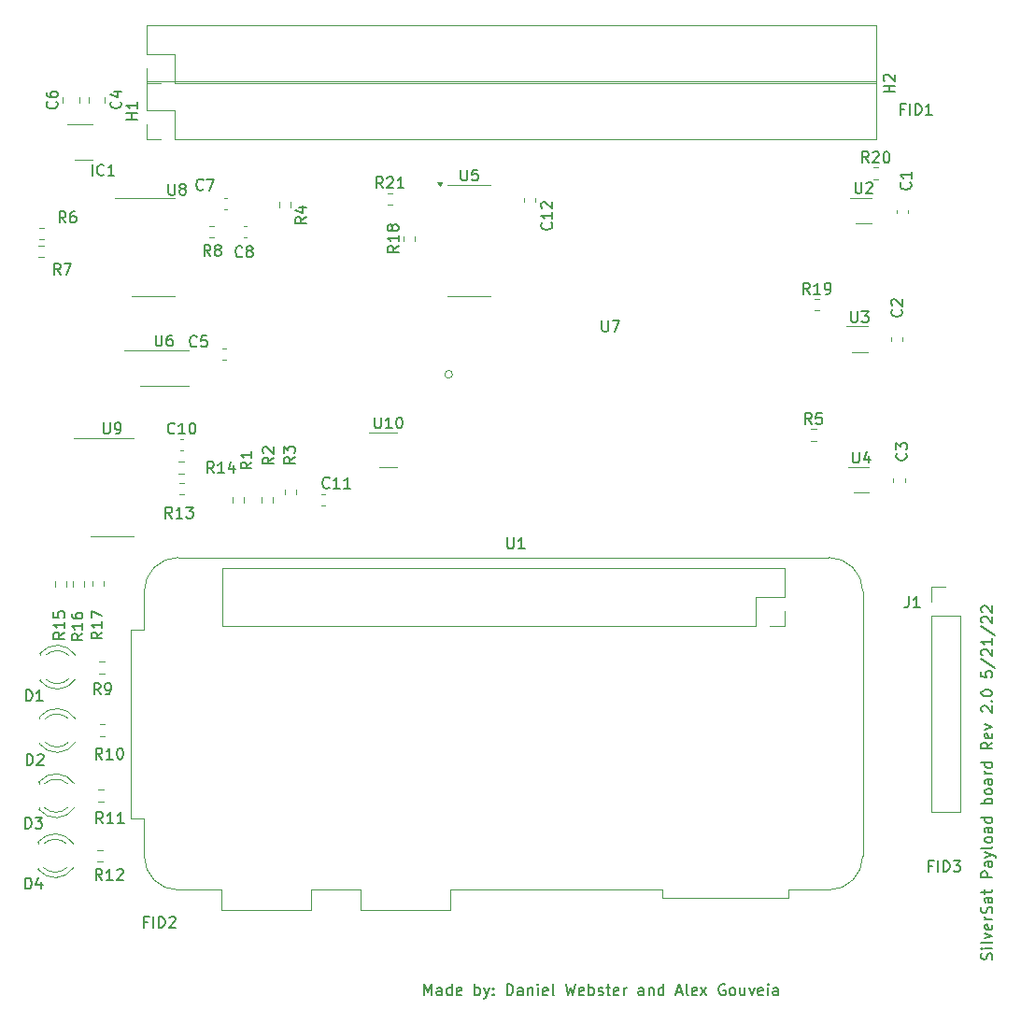
<source format=gto>
%TF.GenerationSoftware,KiCad,Pcbnew,8.0.1*%
%TF.CreationDate,2024-06-13T14:26:33-04:00*%
%TF.ProjectId,Payload Board,5061796c-6f61-4642-9042-6f6172642e6b,rev?*%
%TF.SameCoordinates,Original*%
%TF.FileFunction,Legend,Top*%
%TF.FilePolarity,Positive*%
%FSLAX46Y46*%
G04 Gerber Fmt 4.6, Leading zero omitted, Abs format (unit mm)*
G04 Created by KiCad (PCBNEW 8.0.1) date 2024-06-13 14:26:33*
%MOMM*%
%LPD*%
G01*
G04 APERTURE LIST*
%ADD10C,0.150000*%
%ADD11C,0.120000*%
G04 APERTURE END LIST*
D10*
X140760356Y-143810473D02*
X140807975Y-143667616D01*
X140807975Y-143667616D02*
X140807975Y-143429521D01*
X140807975Y-143429521D02*
X140760356Y-143334283D01*
X140760356Y-143334283D02*
X140712736Y-143286664D01*
X140712736Y-143286664D02*
X140617498Y-143239045D01*
X140617498Y-143239045D02*
X140522260Y-143239045D01*
X140522260Y-143239045D02*
X140427022Y-143286664D01*
X140427022Y-143286664D02*
X140379403Y-143334283D01*
X140379403Y-143334283D02*
X140331784Y-143429521D01*
X140331784Y-143429521D02*
X140284165Y-143619997D01*
X140284165Y-143619997D02*
X140236546Y-143715235D01*
X140236546Y-143715235D02*
X140188927Y-143762854D01*
X140188927Y-143762854D02*
X140093689Y-143810473D01*
X140093689Y-143810473D02*
X139998451Y-143810473D01*
X139998451Y-143810473D02*
X139903213Y-143762854D01*
X139903213Y-143762854D02*
X139855594Y-143715235D01*
X139855594Y-143715235D02*
X139807975Y-143619997D01*
X139807975Y-143619997D02*
X139807975Y-143381902D01*
X139807975Y-143381902D02*
X139855594Y-143239045D01*
X140807975Y-142810473D02*
X140141308Y-142810473D01*
X139807975Y-142810473D02*
X139855594Y-142858092D01*
X139855594Y-142858092D02*
X139903213Y-142810473D01*
X139903213Y-142810473D02*
X139855594Y-142762854D01*
X139855594Y-142762854D02*
X139807975Y-142810473D01*
X139807975Y-142810473D02*
X139903213Y-142810473D01*
X140807975Y-142191426D02*
X140760356Y-142286664D01*
X140760356Y-142286664D02*
X140665117Y-142334283D01*
X140665117Y-142334283D02*
X139807975Y-142334283D01*
X140141308Y-141905711D02*
X140807975Y-141667616D01*
X140807975Y-141667616D02*
X140141308Y-141429521D01*
X140760356Y-140667616D02*
X140807975Y-140762854D01*
X140807975Y-140762854D02*
X140807975Y-140953330D01*
X140807975Y-140953330D02*
X140760356Y-141048568D01*
X140760356Y-141048568D02*
X140665117Y-141096187D01*
X140665117Y-141096187D02*
X140284165Y-141096187D01*
X140284165Y-141096187D02*
X140188927Y-141048568D01*
X140188927Y-141048568D02*
X140141308Y-140953330D01*
X140141308Y-140953330D02*
X140141308Y-140762854D01*
X140141308Y-140762854D02*
X140188927Y-140667616D01*
X140188927Y-140667616D02*
X140284165Y-140619997D01*
X140284165Y-140619997D02*
X140379403Y-140619997D01*
X140379403Y-140619997D02*
X140474641Y-141096187D01*
X140807975Y-140191425D02*
X140141308Y-140191425D01*
X140331784Y-140191425D02*
X140236546Y-140143806D01*
X140236546Y-140143806D02*
X140188927Y-140096187D01*
X140188927Y-140096187D02*
X140141308Y-140000949D01*
X140141308Y-140000949D02*
X140141308Y-139905711D01*
X140760356Y-139619996D02*
X140807975Y-139477139D01*
X140807975Y-139477139D02*
X140807975Y-139239044D01*
X140807975Y-139239044D02*
X140760356Y-139143806D01*
X140760356Y-139143806D02*
X140712736Y-139096187D01*
X140712736Y-139096187D02*
X140617498Y-139048568D01*
X140617498Y-139048568D02*
X140522260Y-139048568D01*
X140522260Y-139048568D02*
X140427022Y-139096187D01*
X140427022Y-139096187D02*
X140379403Y-139143806D01*
X140379403Y-139143806D02*
X140331784Y-139239044D01*
X140331784Y-139239044D02*
X140284165Y-139429520D01*
X140284165Y-139429520D02*
X140236546Y-139524758D01*
X140236546Y-139524758D02*
X140188927Y-139572377D01*
X140188927Y-139572377D02*
X140093689Y-139619996D01*
X140093689Y-139619996D02*
X139998451Y-139619996D01*
X139998451Y-139619996D02*
X139903213Y-139572377D01*
X139903213Y-139572377D02*
X139855594Y-139524758D01*
X139855594Y-139524758D02*
X139807975Y-139429520D01*
X139807975Y-139429520D02*
X139807975Y-139191425D01*
X139807975Y-139191425D02*
X139855594Y-139048568D01*
X140807975Y-138191425D02*
X140284165Y-138191425D01*
X140284165Y-138191425D02*
X140188927Y-138239044D01*
X140188927Y-138239044D02*
X140141308Y-138334282D01*
X140141308Y-138334282D02*
X140141308Y-138524758D01*
X140141308Y-138524758D02*
X140188927Y-138619996D01*
X140760356Y-138191425D02*
X140807975Y-138286663D01*
X140807975Y-138286663D02*
X140807975Y-138524758D01*
X140807975Y-138524758D02*
X140760356Y-138619996D01*
X140760356Y-138619996D02*
X140665117Y-138667615D01*
X140665117Y-138667615D02*
X140569879Y-138667615D01*
X140569879Y-138667615D02*
X140474641Y-138619996D01*
X140474641Y-138619996D02*
X140427022Y-138524758D01*
X140427022Y-138524758D02*
X140427022Y-138286663D01*
X140427022Y-138286663D02*
X140379403Y-138191425D01*
X140141308Y-137858091D02*
X140141308Y-137477139D01*
X139807975Y-137715234D02*
X140665117Y-137715234D01*
X140665117Y-137715234D02*
X140760356Y-137667615D01*
X140760356Y-137667615D02*
X140807975Y-137572377D01*
X140807975Y-137572377D02*
X140807975Y-137477139D01*
X140807975Y-136381900D02*
X139807975Y-136381900D01*
X139807975Y-136381900D02*
X139807975Y-136000948D01*
X139807975Y-136000948D02*
X139855594Y-135905710D01*
X139855594Y-135905710D02*
X139903213Y-135858091D01*
X139903213Y-135858091D02*
X139998451Y-135810472D01*
X139998451Y-135810472D02*
X140141308Y-135810472D01*
X140141308Y-135810472D02*
X140236546Y-135858091D01*
X140236546Y-135858091D02*
X140284165Y-135905710D01*
X140284165Y-135905710D02*
X140331784Y-136000948D01*
X140331784Y-136000948D02*
X140331784Y-136381900D01*
X140807975Y-134953329D02*
X140284165Y-134953329D01*
X140284165Y-134953329D02*
X140188927Y-135000948D01*
X140188927Y-135000948D02*
X140141308Y-135096186D01*
X140141308Y-135096186D02*
X140141308Y-135286662D01*
X140141308Y-135286662D02*
X140188927Y-135381900D01*
X140760356Y-134953329D02*
X140807975Y-135048567D01*
X140807975Y-135048567D02*
X140807975Y-135286662D01*
X140807975Y-135286662D02*
X140760356Y-135381900D01*
X140760356Y-135381900D02*
X140665117Y-135429519D01*
X140665117Y-135429519D02*
X140569879Y-135429519D01*
X140569879Y-135429519D02*
X140474641Y-135381900D01*
X140474641Y-135381900D02*
X140427022Y-135286662D01*
X140427022Y-135286662D02*
X140427022Y-135048567D01*
X140427022Y-135048567D02*
X140379403Y-134953329D01*
X140141308Y-134572376D02*
X140807975Y-134334281D01*
X140141308Y-134096186D02*
X140807975Y-134334281D01*
X140807975Y-134334281D02*
X141046070Y-134429519D01*
X141046070Y-134429519D02*
X141093689Y-134477138D01*
X141093689Y-134477138D02*
X141141308Y-134572376D01*
X140807975Y-133572376D02*
X140760356Y-133667614D01*
X140760356Y-133667614D02*
X140665117Y-133715233D01*
X140665117Y-133715233D02*
X139807975Y-133715233D01*
X140807975Y-133048566D02*
X140760356Y-133143804D01*
X140760356Y-133143804D02*
X140712736Y-133191423D01*
X140712736Y-133191423D02*
X140617498Y-133239042D01*
X140617498Y-133239042D02*
X140331784Y-133239042D01*
X140331784Y-133239042D02*
X140236546Y-133191423D01*
X140236546Y-133191423D02*
X140188927Y-133143804D01*
X140188927Y-133143804D02*
X140141308Y-133048566D01*
X140141308Y-133048566D02*
X140141308Y-132905709D01*
X140141308Y-132905709D02*
X140188927Y-132810471D01*
X140188927Y-132810471D02*
X140236546Y-132762852D01*
X140236546Y-132762852D02*
X140331784Y-132715233D01*
X140331784Y-132715233D02*
X140617498Y-132715233D01*
X140617498Y-132715233D02*
X140712736Y-132762852D01*
X140712736Y-132762852D02*
X140760356Y-132810471D01*
X140760356Y-132810471D02*
X140807975Y-132905709D01*
X140807975Y-132905709D02*
X140807975Y-133048566D01*
X140807975Y-131858090D02*
X140284165Y-131858090D01*
X140284165Y-131858090D02*
X140188927Y-131905709D01*
X140188927Y-131905709D02*
X140141308Y-132000947D01*
X140141308Y-132000947D02*
X140141308Y-132191423D01*
X140141308Y-132191423D02*
X140188927Y-132286661D01*
X140760356Y-131858090D02*
X140807975Y-131953328D01*
X140807975Y-131953328D02*
X140807975Y-132191423D01*
X140807975Y-132191423D02*
X140760356Y-132286661D01*
X140760356Y-132286661D02*
X140665117Y-132334280D01*
X140665117Y-132334280D02*
X140569879Y-132334280D01*
X140569879Y-132334280D02*
X140474641Y-132286661D01*
X140474641Y-132286661D02*
X140427022Y-132191423D01*
X140427022Y-132191423D02*
X140427022Y-131953328D01*
X140427022Y-131953328D02*
X140379403Y-131858090D01*
X140807975Y-130953328D02*
X139807975Y-130953328D01*
X140760356Y-130953328D02*
X140807975Y-131048566D01*
X140807975Y-131048566D02*
X140807975Y-131239042D01*
X140807975Y-131239042D02*
X140760356Y-131334280D01*
X140760356Y-131334280D02*
X140712736Y-131381899D01*
X140712736Y-131381899D02*
X140617498Y-131429518D01*
X140617498Y-131429518D02*
X140331784Y-131429518D01*
X140331784Y-131429518D02*
X140236546Y-131381899D01*
X140236546Y-131381899D02*
X140188927Y-131334280D01*
X140188927Y-131334280D02*
X140141308Y-131239042D01*
X140141308Y-131239042D02*
X140141308Y-131048566D01*
X140141308Y-131048566D02*
X140188927Y-130953328D01*
X140807975Y-129715232D02*
X139807975Y-129715232D01*
X140188927Y-129715232D02*
X140141308Y-129619994D01*
X140141308Y-129619994D02*
X140141308Y-129429518D01*
X140141308Y-129429518D02*
X140188927Y-129334280D01*
X140188927Y-129334280D02*
X140236546Y-129286661D01*
X140236546Y-129286661D02*
X140331784Y-129239042D01*
X140331784Y-129239042D02*
X140617498Y-129239042D01*
X140617498Y-129239042D02*
X140712736Y-129286661D01*
X140712736Y-129286661D02*
X140760356Y-129334280D01*
X140760356Y-129334280D02*
X140807975Y-129429518D01*
X140807975Y-129429518D02*
X140807975Y-129619994D01*
X140807975Y-129619994D02*
X140760356Y-129715232D01*
X140807975Y-128667613D02*
X140760356Y-128762851D01*
X140760356Y-128762851D02*
X140712736Y-128810470D01*
X140712736Y-128810470D02*
X140617498Y-128858089D01*
X140617498Y-128858089D02*
X140331784Y-128858089D01*
X140331784Y-128858089D02*
X140236546Y-128810470D01*
X140236546Y-128810470D02*
X140188927Y-128762851D01*
X140188927Y-128762851D02*
X140141308Y-128667613D01*
X140141308Y-128667613D02*
X140141308Y-128524756D01*
X140141308Y-128524756D02*
X140188927Y-128429518D01*
X140188927Y-128429518D02*
X140236546Y-128381899D01*
X140236546Y-128381899D02*
X140331784Y-128334280D01*
X140331784Y-128334280D02*
X140617498Y-128334280D01*
X140617498Y-128334280D02*
X140712736Y-128381899D01*
X140712736Y-128381899D02*
X140760356Y-128429518D01*
X140760356Y-128429518D02*
X140807975Y-128524756D01*
X140807975Y-128524756D02*
X140807975Y-128667613D01*
X140807975Y-127477137D02*
X140284165Y-127477137D01*
X140284165Y-127477137D02*
X140188927Y-127524756D01*
X140188927Y-127524756D02*
X140141308Y-127619994D01*
X140141308Y-127619994D02*
X140141308Y-127810470D01*
X140141308Y-127810470D02*
X140188927Y-127905708D01*
X140760356Y-127477137D02*
X140807975Y-127572375D01*
X140807975Y-127572375D02*
X140807975Y-127810470D01*
X140807975Y-127810470D02*
X140760356Y-127905708D01*
X140760356Y-127905708D02*
X140665117Y-127953327D01*
X140665117Y-127953327D02*
X140569879Y-127953327D01*
X140569879Y-127953327D02*
X140474641Y-127905708D01*
X140474641Y-127905708D02*
X140427022Y-127810470D01*
X140427022Y-127810470D02*
X140427022Y-127572375D01*
X140427022Y-127572375D02*
X140379403Y-127477137D01*
X140807975Y-127000946D02*
X140141308Y-127000946D01*
X140331784Y-127000946D02*
X140236546Y-126953327D01*
X140236546Y-126953327D02*
X140188927Y-126905708D01*
X140188927Y-126905708D02*
X140141308Y-126810470D01*
X140141308Y-126810470D02*
X140141308Y-126715232D01*
X140807975Y-125953327D02*
X139807975Y-125953327D01*
X140760356Y-125953327D02*
X140807975Y-126048565D01*
X140807975Y-126048565D02*
X140807975Y-126239041D01*
X140807975Y-126239041D02*
X140760356Y-126334279D01*
X140760356Y-126334279D02*
X140712736Y-126381898D01*
X140712736Y-126381898D02*
X140617498Y-126429517D01*
X140617498Y-126429517D02*
X140331784Y-126429517D01*
X140331784Y-126429517D02*
X140236546Y-126381898D01*
X140236546Y-126381898D02*
X140188927Y-126334279D01*
X140188927Y-126334279D02*
X140141308Y-126239041D01*
X140141308Y-126239041D02*
X140141308Y-126048565D01*
X140141308Y-126048565D02*
X140188927Y-125953327D01*
X140807975Y-124143803D02*
X140331784Y-124477136D01*
X140807975Y-124715231D02*
X139807975Y-124715231D01*
X139807975Y-124715231D02*
X139807975Y-124334279D01*
X139807975Y-124334279D02*
X139855594Y-124239041D01*
X139855594Y-124239041D02*
X139903213Y-124191422D01*
X139903213Y-124191422D02*
X139998451Y-124143803D01*
X139998451Y-124143803D02*
X140141308Y-124143803D01*
X140141308Y-124143803D02*
X140236546Y-124191422D01*
X140236546Y-124191422D02*
X140284165Y-124239041D01*
X140284165Y-124239041D02*
X140331784Y-124334279D01*
X140331784Y-124334279D02*
X140331784Y-124715231D01*
X140760356Y-123334279D02*
X140807975Y-123429517D01*
X140807975Y-123429517D02*
X140807975Y-123619993D01*
X140807975Y-123619993D02*
X140760356Y-123715231D01*
X140760356Y-123715231D02*
X140665117Y-123762850D01*
X140665117Y-123762850D02*
X140284165Y-123762850D01*
X140284165Y-123762850D02*
X140188927Y-123715231D01*
X140188927Y-123715231D02*
X140141308Y-123619993D01*
X140141308Y-123619993D02*
X140141308Y-123429517D01*
X140141308Y-123429517D02*
X140188927Y-123334279D01*
X140188927Y-123334279D02*
X140284165Y-123286660D01*
X140284165Y-123286660D02*
X140379403Y-123286660D01*
X140379403Y-123286660D02*
X140474641Y-123762850D01*
X140141308Y-122953326D02*
X140807975Y-122715231D01*
X140807975Y-122715231D02*
X140141308Y-122477136D01*
X139903213Y-121381897D02*
X139855594Y-121334278D01*
X139855594Y-121334278D02*
X139807975Y-121239040D01*
X139807975Y-121239040D02*
X139807975Y-121000945D01*
X139807975Y-121000945D02*
X139855594Y-120905707D01*
X139855594Y-120905707D02*
X139903213Y-120858088D01*
X139903213Y-120858088D02*
X139998451Y-120810469D01*
X139998451Y-120810469D02*
X140093689Y-120810469D01*
X140093689Y-120810469D02*
X140236546Y-120858088D01*
X140236546Y-120858088D02*
X140807975Y-121429516D01*
X140807975Y-121429516D02*
X140807975Y-120810469D01*
X140712736Y-120381897D02*
X140760356Y-120334278D01*
X140760356Y-120334278D02*
X140807975Y-120381897D01*
X140807975Y-120381897D02*
X140760356Y-120429516D01*
X140760356Y-120429516D02*
X140712736Y-120381897D01*
X140712736Y-120381897D02*
X140807975Y-120381897D01*
X139807975Y-119715231D02*
X139807975Y-119619993D01*
X139807975Y-119619993D02*
X139855594Y-119524755D01*
X139855594Y-119524755D02*
X139903213Y-119477136D01*
X139903213Y-119477136D02*
X139998451Y-119429517D01*
X139998451Y-119429517D02*
X140188927Y-119381898D01*
X140188927Y-119381898D02*
X140427022Y-119381898D01*
X140427022Y-119381898D02*
X140617498Y-119429517D01*
X140617498Y-119429517D02*
X140712736Y-119477136D01*
X140712736Y-119477136D02*
X140760356Y-119524755D01*
X140760356Y-119524755D02*
X140807975Y-119619993D01*
X140807975Y-119619993D02*
X140807975Y-119715231D01*
X140807975Y-119715231D02*
X140760356Y-119810469D01*
X140760356Y-119810469D02*
X140712736Y-119858088D01*
X140712736Y-119858088D02*
X140617498Y-119905707D01*
X140617498Y-119905707D02*
X140427022Y-119953326D01*
X140427022Y-119953326D02*
X140188927Y-119953326D01*
X140188927Y-119953326D02*
X139998451Y-119905707D01*
X139998451Y-119905707D02*
X139903213Y-119858088D01*
X139903213Y-119858088D02*
X139855594Y-119810469D01*
X139855594Y-119810469D02*
X139807975Y-119715231D01*
X139807975Y-117715231D02*
X139807975Y-118191421D01*
X139807975Y-118191421D02*
X140284165Y-118239040D01*
X140284165Y-118239040D02*
X140236546Y-118191421D01*
X140236546Y-118191421D02*
X140188927Y-118096183D01*
X140188927Y-118096183D02*
X140188927Y-117858088D01*
X140188927Y-117858088D02*
X140236546Y-117762850D01*
X140236546Y-117762850D02*
X140284165Y-117715231D01*
X140284165Y-117715231D02*
X140379403Y-117667612D01*
X140379403Y-117667612D02*
X140617498Y-117667612D01*
X140617498Y-117667612D02*
X140712736Y-117715231D01*
X140712736Y-117715231D02*
X140760356Y-117762850D01*
X140760356Y-117762850D02*
X140807975Y-117858088D01*
X140807975Y-117858088D02*
X140807975Y-118096183D01*
X140807975Y-118096183D02*
X140760356Y-118191421D01*
X140760356Y-118191421D02*
X140712736Y-118239040D01*
X139760356Y-116524755D02*
X141046070Y-117381897D01*
X139903213Y-116239040D02*
X139855594Y-116191421D01*
X139855594Y-116191421D02*
X139807975Y-116096183D01*
X139807975Y-116096183D02*
X139807975Y-115858088D01*
X139807975Y-115858088D02*
X139855594Y-115762850D01*
X139855594Y-115762850D02*
X139903213Y-115715231D01*
X139903213Y-115715231D02*
X139998451Y-115667612D01*
X139998451Y-115667612D02*
X140093689Y-115667612D01*
X140093689Y-115667612D02*
X140236546Y-115715231D01*
X140236546Y-115715231D02*
X140807975Y-116286659D01*
X140807975Y-116286659D02*
X140807975Y-115667612D01*
X140807975Y-114715231D02*
X140807975Y-115286659D01*
X140807975Y-115000945D02*
X139807975Y-115000945D01*
X139807975Y-115000945D02*
X139950832Y-115096183D01*
X139950832Y-115096183D02*
X140046070Y-115191421D01*
X140046070Y-115191421D02*
X140093689Y-115286659D01*
X139760356Y-113572374D02*
X141046070Y-114429516D01*
X139903213Y-113286659D02*
X139855594Y-113239040D01*
X139855594Y-113239040D02*
X139807975Y-113143802D01*
X139807975Y-113143802D02*
X139807975Y-112905707D01*
X139807975Y-112905707D02*
X139855594Y-112810469D01*
X139855594Y-112810469D02*
X139903213Y-112762850D01*
X139903213Y-112762850D02*
X139998451Y-112715231D01*
X139998451Y-112715231D02*
X140093689Y-112715231D01*
X140093689Y-112715231D02*
X140236546Y-112762850D01*
X140236546Y-112762850D02*
X140807975Y-113334278D01*
X140807975Y-113334278D02*
X140807975Y-112715231D01*
X139903213Y-112334278D02*
X139855594Y-112286659D01*
X139855594Y-112286659D02*
X139807975Y-112191421D01*
X139807975Y-112191421D02*
X139807975Y-111953326D01*
X139807975Y-111953326D02*
X139855594Y-111858088D01*
X139855594Y-111858088D02*
X139903213Y-111810469D01*
X139903213Y-111810469D02*
X139998451Y-111762850D01*
X139998451Y-111762850D02*
X140093689Y-111762850D01*
X140093689Y-111762850D02*
X140236546Y-111810469D01*
X140236546Y-111810469D02*
X140807975Y-112381897D01*
X140807975Y-112381897D02*
X140807975Y-111762850D01*
X89334316Y-147041481D02*
X89334316Y-146041481D01*
X89334316Y-146041481D02*
X89667649Y-146755766D01*
X89667649Y-146755766D02*
X90000982Y-146041481D01*
X90000982Y-146041481D02*
X90000982Y-147041481D01*
X90905744Y-147041481D02*
X90905744Y-146517671D01*
X90905744Y-146517671D02*
X90858125Y-146422433D01*
X90858125Y-146422433D02*
X90762887Y-146374814D01*
X90762887Y-146374814D02*
X90572411Y-146374814D01*
X90572411Y-146374814D02*
X90477173Y-146422433D01*
X90905744Y-146993862D02*
X90810506Y-147041481D01*
X90810506Y-147041481D02*
X90572411Y-147041481D01*
X90572411Y-147041481D02*
X90477173Y-146993862D01*
X90477173Y-146993862D02*
X90429554Y-146898623D01*
X90429554Y-146898623D02*
X90429554Y-146803385D01*
X90429554Y-146803385D02*
X90477173Y-146708147D01*
X90477173Y-146708147D02*
X90572411Y-146660528D01*
X90572411Y-146660528D02*
X90810506Y-146660528D01*
X90810506Y-146660528D02*
X90905744Y-146612909D01*
X91810506Y-147041481D02*
X91810506Y-146041481D01*
X91810506Y-146993862D02*
X91715268Y-147041481D01*
X91715268Y-147041481D02*
X91524792Y-147041481D01*
X91524792Y-147041481D02*
X91429554Y-146993862D01*
X91429554Y-146993862D02*
X91381935Y-146946242D01*
X91381935Y-146946242D02*
X91334316Y-146851004D01*
X91334316Y-146851004D02*
X91334316Y-146565290D01*
X91334316Y-146565290D02*
X91381935Y-146470052D01*
X91381935Y-146470052D02*
X91429554Y-146422433D01*
X91429554Y-146422433D02*
X91524792Y-146374814D01*
X91524792Y-146374814D02*
X91715268Y-146374814D01*
X91715268Y-146374814D02*
X91810506Y-146422433D01*
X92667649Y-146993862D02*
X92572411Y-147041481D01*
X92572411Y-147041481D02*
X92381935Y-147041481D01*
X92381935Y-147041481D02*
X92286697Y-146993862D01*
X92286697Y-146993862D02*
X92239078Y-146898623D01*
X92239078Y-146898623D02*
X92239078Y-146517671D01*
X92239078Y-146517671D02*
X92286697Y-146422433D01*
X92286697Y-146422433D02*
X92381935Y-146374814D01*
X92381935Y-146374814D02*
X92572411Y-146374814D01*
X92572411Y-146374814D02*
X92667649Y-146422433D01*
X92667649Y-146422433D02*
X92715268Y-146517671D01*
X92715268Y-146517671D02*
X92715268Y-146612909D01*
X92715268Y-146612909D02*
X92239078Y-146708147D01*
X93905745Y-147041481D02*
X93905745Y-146041481D01*
X93905745Y-146422433D02*
X94000983Y-146374814D01*
X94000983Y-146374814D02*
X94191459Y-146374814D01*
X94191459Y-146374814D02*
X94286697Y-146422433D01*
X94286697Y-146422433D02*
X94334316Y-146470052D01*
X94334316Y-146470052D02*
X94381935Y-146565290D01*
X94381935Y-146565290D02*
X94381935Y-146851004D01*
X94381935Y-146851004D02*
X94334316Y-146946242D01*
X94334316Y-146946242D02*
X94286697Y-146993862D01*
X94286697Y-146993862D02*
X94191459Y-147041481D01*
X94191459Y-147041481D02*
X94000983Y-147041481D01*
X94000983Y-147041481D02*
X93905745Y-146993862D01*
X94715269Y-146374814D02*
X94953364Y-147041481D01*
X95191459Y-146374814D02*
X94953364Y-147041481D01*
X94953364Y-147041481D02*
X94858126Y-147279576D01*
X94858126Y-147279576D02*
X94810507Y-147327195D01*
X94810507Y-147327195D02*
X94715269Y-147374814D01*
X95572412Y-146946242D02*
X95620031Y-146993862D01*
X95620031Y-146993862D02*
X95572412Y-147041481D01*
X95572412Y-147041481D02*
X95524793Y-146993862D01*
X95524793Y-146993862D02*
X95572412Y-146946242D01*
X95572412Y-146946242D02*
X95572412Y-147041481D01*
X95572412Y-146422433D02*
X95620031Y-146470052D01*
X95620031Y-146470052D02*
X95572412Y-146517671D01*
X95572412Y-146517671D02*
X95524793Y-146470052D01*
X95524793Y-146470052D02*
X95572412Y-146422433D01*
X95572412Y-146422433D02*
X95572412Y-146517671D01*
X96810507Y-147041481D02*
X96810507Y-146041481D01*
X96810507Y-146041481D02*
X97048602Y-146041481D01*
X97048602Y-146041481D02*
X97191459Y-146089100D01*
X97191459Y-146089100D02*
X97286697Y-146184338D01*
X97286697Y-146184338D02*
X97334316Y-146279576D01*
X97334316Y-146279576D02*
X97381935Y-146470052D01*
X97381935Y-146470052D02*
X97381935Y-146612909D01*
X97381935Y-146612909D02*
X97334316Y-146803385D01*
X97334316Y-146803385D02*
X97286697Y-146898623D01*
X97286697Y-146898623D02*
X97191459Y-146993862D01*
X97191459Y-146993862D02*
X97048602Y-147041481D01*
X97048602Y-147041481D02*
X96810507Y-147041481D01*
X98239078Y-147041481D02*
X98239078Y-146517671D01*
X98239078Y-146517671D02*
X98191459Y-146422433D01*
X98191459Y-146422433D02*
X98096221Y-146374814D01*
X98096221Y-146374814D02*
X97905745Y-146374814D01*
X97905745Y-146374814D02*
X97810507Y-146422433D01*
X98239078Y-146993862D02*
X98143840Y-147041481D01*
X98143840Y-147041481D02*
X97905745Y-147041481D01*
X97905745Y-147041481D02*
X97810507Y-146993862D01*
X97810507Y-146993862D02*
X97762888Y-146898623D01*
X97762888Y-146898623D02*
X97762888Y-146803385D01*
X97762888Y-146803385D02*
X97810507Y-146708147D01*
X97810507Y-146708147D02*
X97905745Y-146660528D01*
X97905745Y-146660528D02*
X98143840Y-146660528D01*
X98143840Y-146660528D02*
X98239078Y-146612909D01*
X98715269Y-146374814D02*
X98715269Y-147041481D01*
X98715269Y-146470052D02*
X98762888Y-146422433D01*
X98762888Y-146422433D02*
X98858126Y-146374814D01*
X98858126Y-146374814D02*
X99000983Y-146374814D01*
X99000983Y-146374814D02*
X99096221Y-146422433D01*
X99096221Y-146422433D02*
X99143840Y-146517671D01*
X99143840Y-146517671D02*
X99143840Y-147041481D01*
X99620031Y-147041481D02*
X99620031Y-146374814D01*
X99620031Y-146041481D02*
X99572412Y-146089100D01*
X99572412Y-146089100D02*
X99620031Y-146136719D01*
X99620031Y-146136719D02*
X99667650Y-146089100D01*
X99667650Y-146089100D02*
X99620031Y-146041481D01*
X99620031Y-146041481D02*
X99620031Y-146136719D01*
X100477173Y-146993862D02*
X100381935Y-147041481D01*
X100381935Y-147041481D02*
X100191459Y-147041481D01*
X100191459Y-147041481D02*
X100096221Y-146993862D01*
X100096221Y-146993862D02*
X100048602Y-146898623D01*
X100048602Y-146898623D02*
X100048602Y-146517671D01*
X100048602Y-146517671D02*
X100096221Y-146422433D01*
X100096221Y-146422433D02*
X100191459Y-146374814D01*
X100191459Y-146374814D02*
X100381935Y-146374814D01*
X100381935Y-146374814D02*
X100477173Y-146422433D01*
X100477173Y-146422433D02*
X100524792Y-146517671D01*
X100524792Y-146517671D02*
X100524792Y-146612909D01*
X100524792Y-146612909D02*
X100048602Y-146708147D01*
X101096221Y-147041481D02*
X101000983Y-146993862D01*
X101000983Y-146993862D02*
X100953364Y-146898623D01*
X100953364Y-146898623D02*
X100953364Y-146041481D01*
X102143841Y-146041481D02*
X102381936Y-147041481D01*
X102381936Y-147041481D02*
X102572412Y-146327195D01*
X102572412Y-146327195D02*
X102762888Y-147041481D01*
X102762888Y-147041481D02*
X103000984Y-146041481D01*
X103762888Y-146993862D02*
X103667650Y-147041481D01*
X103667650Y-147041481D02*
X103477174Y-147041481D01*
X103477174Y-147041481D02*
X103381936Y-146993862D01*
X103381936Y-146993862D02*
X103334317Y-146898623D01*
X103334317Y-146898623D02*
X103334317Y-146517671D01*
X103334317Y-146517671D02*
X103381936Y-146422433D01*
X103381936Y-146422433D02*
X103477174Y-146374814D01*
X103477174Y-146374814D02*
X103667650Y-146374814D01*
X103667650Y-146374814D02*
X103762888Y-146422433D01*
X103762888Y-146422433D02*
X103810507Y-146517671D01*
X103810507Y-146517671D02*
X103810507Y-146612909D01*
X103810507Y-146612909D02*
X103334317Y-146708147D01*
X104239079Y-147041481D02*
X104239079Y-146041481D01*
X104239079Y-146422433D02*
X104334317Y-146374814D01*
X104334317Y-146374814D02*
X104524793Y-146374814D01*
X104524793Y-146374814D02*
X104620031Y-146422433D01*
X104620031Y-146422433D02*
X104667650Y-146470052D01*
X104667650Y-146470052D02*
X104715269Y-146565290D01*
X104715269Y-146565290D02*
X104715269Y-146851004D01*
X104715269Y-146851004D02*
X104667650Y-146946242D01*
X104667650Y-146946242D02*
X104620031Y-146993862D01*
X104620031Y-146993862D02*
X104524793Y-147041481D01*
X104524793Y-147041481D02*
X104334317Y-147041481D01*
X104334317Y-147041481D02*
X104239079Y-146993862D01*
X105096222Y-146993862D02*
X105191460Y-147041481D01*
X105191460Y-147041481D02*
X105381936Y-147041481D01*
X105381936Y-147041481D02*
X105477174Y-146993862D01*
X105477174Y-146993862D02*
X105524793Y-146898623D01*
X105524793Y-146898623D02*
X105524793Y-146851004D01*
X105524793Y-146851004D02*
X105477174Y-146755766D01*
X105477174Y-146755766D02*
X105381936Y-146708147D01*
X105381936Y-146708147D02*
X105239079Y-146708147D01*
X105239079Y-146708147D02*
X105143841Y-146660528D01*
X105143841Y-146660528D02*
X105096222Y-146565290D01*
X105096222Y-146565290D02*
X105096222Y-146517671D01*
X105096222Y-146517671D02*
X105143841Y-146422433D01*
X105143841Y-146422433D02*
X105239079Y-146374814D01*
X105239079Y-146374814D02*
X105381936Y-146374814D01*
X105381936Y-146374814D02*
X105477174Y-146422433D01*
X105810508Y-146374814D02*
X106191460Y-146374814D01*
X105953365Y-146041481D02*
X105953365Y-146898623D01*
X105953365Y-146898623D02*
X106000984Y-146993862D01*
X106000984Y-146993862D02*
X106096222Y-147041481D01*
X106096222Y-147041481D02*
X106191460Y-147041481D01*
X106905746Y-146993862D02*
X106810508Y-147041481D01*
X106810508Y-147041481D02*
X106620032Y-147041481D01*
X106620032Y-147041481D02*
X106524794Y-146993862D01*
X106524794Y-146993862D02*
X106477175Y-146898623D01*
X106477175Y-146898623D02*
X106477175Y-146517671D01*
X106477175Y-146517671D02*
X106524794Y-146422433D01*
X106524794Y-146422433D02*
X106620032Y-146374814D01*
X106620032Y-146374814D02*
X106810508Y-146374814D01*
X106810508Y-146374814D02*
X106905746Y-146422433D01*
X106905746Y-146422433D02*
X106953365Y-146517671D01*
X106953365Y-146517671D02*
X106953365Y-146612909D01*
X106953365Y-146612909D02*
X106477175Y-146708147D01*
X107381937Y-147041481D02*
X107381937Y-146374814D01*
X107381937Y-146565290D02*
X107429556Y-146470052D01*
X107429556Y-146470052D02*
X107477175Y-146422433D01*
X107477175Y-146422433D02*
X107572413Y-146374814D01*
X107572413Y-146374814D02*
X107667651Y-146374814D01*
X109191461Y-147041481D02*
X109191461Y-146517671D01*
X109191461Y-146517671D02*
X109143842Y-146422433D01*
X109143842Y-146422433D02*
X109048604Y-146374814D01*
X109048604Y-146374814D02*
X108858128Y-146374814D01*
X108858128Y-146374814D02*
X108762890Y-146422433D01*
X109191461Y-146993862D02*
X109096223Y-147041481D01*
X109096223Y-147041481D02*
X108858128Y-147041481D01*
X108858128Y-147041481D02*
X108762890Y-146993862D01*
X108762890Y-146993862D02*
X108715271Y-146898623D01*
X108715271Y-146898623D02*
X108715271Y-146803385D01*
X108715271Y-146803385D02*
X108762890Y-146708147D01*
X108762890Y-146708147D02*
X108858128Y-146660528D01*
X108858128Y-146660528D02*
X109096223Y-146660528D01*
X109096223Y-146660528D02*
X109191461Y-146612909D01*
X109667652Y-146374814D02*
X109667652Y-147041481D01*
X109667652Y-146470052D02*
X109715271Y-146422433D01*
X109715271Y-146422433D02*
X109810509Y-146374814D01*
X109810509Y-146374814D02*
X109953366Y-146374814D01*
X109953366Y-146374814D02*
X110048604Y-146422433D01*
X110048604Y-146422433D02*
X110096223Y-146517671D01*
X110096223Y-146517671D02*
X110096223Y-147041481D01*
X111000985Y-147041481D02*
X111000985Y-146041481D01*
X111000985Y-146993862D02*
X110905747Y-147041481D01*
X110905747Y-147041481D02*
X110715271Y-147041481D01*
X110715271Y-147041481D02*
X110620033Y-146993862D01*
X110620033Y-146993862D02*
X110572414Y-146946242D01*
X110572414Y-146946242D02*
X110524795Y-146851004D01*
X110524795Y-146851004D02*
X110524795Y-146565290D01*
X110524795Y-146565290D02*
X110572414Y-146470052D01*
X110572414Y-146470052D02*
X110620033Y-146422433D01*
X110620033Y-146422433D02*
X110715271Y-146374814D01*
X110715271Y-146374814D02*
X110905747Y-146374814D01*
X110905747Y-146374814D02*
X111000985Y-146422433D01*
X112191462Y-146755766D02*
X112667652Y-146755766D01*
X112096224Y-147041481D02*
X112429557Y-146041481D01*
X112429557Y-146041481D02*
X112762890Y-147041481D01*
X113239081Y-147041481D02*
X113143843Y-146993862D01*
X113143843Y-146993862D02*
X113096224Y-146898623D01*
X113096224Y-146898623D02*
X113096224Y-146041481D01*
X114000986Y-146993862D02*
X113905748Y-147041481D01*
X113905748Y-147041481D02*
X113715272Y-147041481D01*
X113715272Y-147041481D02*
X113620034Y-146993862D01*
X113620034Y-146993862D02*
X113572415Y-146898623D01*
X113572415Y-146898623D02*
X113572415Y-146517671D01*
X113572415Y-146517671D02*
X113620034Y-146422433D01*
X113620034Y-146422433D02*
X113715272Y-146374814D01*
X113715272Y-146374814D02*
X113905748Y-146374814D01*
X113905748Y-146374814D02*
X114000986Y-146422433D01*
X114000986Y-146422433D02*
X114048605Y-146517671D01*
X114048605Y-146517671D02*
X114048605Y-146612909D01*
X114048605Y-146612909D02*
X113572415Y-146708147D01*
X114381939Y-147041481D02*
X114905748Y-146374814D01*
X114381939Y-146374814D02*
X114905748Y-147041481D01*
X116572415Y-146089100D02*
X116477177Y-146041481D01*
X116477177Y-146041481D02*
X116334320Y-146041481D01*
X116334320Y-146041481D02*
X116191463Y-146089100D01*
X116191463Y-146089100D02*
X116096225Y-146184338D01*
X116096225Y-146184338D02*
X116048606Y-146279576D01*
X116048606Y-146279576D02*
X116000987Y-146470052D01*
X116000987Y-146470052D02*
X116000987Y-146612909D01*
X116000987Y-146612909D02*
X116048606Y-146803385D01*
X116048606Y-146803385D02*
X116096225Y-146898623D01*
X116096225Y-146898623D02*
X116191463Y-146993862D01*
X116191463Y-146993862D02*
X116334320Y-147041481D01*
X116334320Y-147041481D02*
X116429558Y-147041481D01*
X116429558Y-147041481D02*
X116572415Y-146993862D01*
X116572415Y-146993862D02*
X116620034Y-146946242D01*
X116620034Y-146946242D02*
X116620034Y-146612909D01*
X116620034Y-146612909D02*
X116429558Y-146612909D01*
X117191463Y-147041481D02*
X117096225Y-146993862D01*
X117096225Y-146993862D02*
X117048606Y-146946242D01*
X117048606Y-146946242D02*
X117000987Y-146851004D01*
X117000987Y-146851004D02*
X117000987Y-146565290D01*
X117000987Y-146565290D02*
X117048606Y-146470052D01*
X117048606Y-146470052D02*
X117096225Y-146422433D01*
X117096225Y-146422433D02*
X117191463Y-146374814D01*
X117191463Y-146374814D02*
X117334320Y-146374814D01*
X117334320Y-146374814D02*
X117429558Y-146422433D01*
X117429558Y-146422433D02*
X117477177Y-146470052D01*
X117477177Y-146470052D02*
X117524796Y-146565290D01*
X117524796Y-146565290D02*
X117524796Y-146851004D01*
X117524796Y-146851004D02*
X117477177Y-146946242D01*
X117477177Y-146946242D02*
X117429558Y-146993862D01*
X117429558Y-146993862D02*
X117334320Y-147041481D01*
X117334320Y-147041481D02*
X117191463Y-147041481D01*
X118381939Y-146374814D02*
X118381939Y-147041481D01*
X117953368Y-146374814D02*
X117953368Y-146898623D01*
X117953368Y-146898623D02*
X118000987Y-146993862D01*
X118000987Y-146993862D02*
X118096225Y-147041481D01*
X118096225Y-147041481D02*
X118239082Y-147041481D01*
X118239082Y-147041481D02*
X118334320Y-146993862D01*
X118334320Y-146993862D02*
X118381939Y-146946242D01*
X118762892Y-146374814D02*
X119000987Y-147041481D01*
X119000987Y-147041481D02*
X119239082Y-146374814D01*
X120000987Y-146993862D02*
X119905749Y-147041481D01*
X119905749Y-147041481D02*
X119715273Y-147041481D01*
X119715273Y-147041481D02*
X119620035Y-146993862D01*
X119620035Y-146993862D02*
X119572416Y-146898623D01*
X119572416Y-146898623D02*
X119572416Y-146517671D01*
X119572416Y-146517671D02*
X119620035Y-146422433D01*
X119620035Y-146422433D02*
X119715273Y-146374814D01*
X119715273Y-146374814D02*
X119905749Y-146374814D01*
X119905749Y-146374814D02*
X120000987Y-146422433D01*
X120000987Y-146422433D02*
X120048606Y-146517671D01*
X120048606Y-146517671D02*
X120048606Y-146612909D01*
X120048606Y-146612909D02*
X119572416Y-146708147D01*
X120477178Y-147041481D02*
X120477178Y-146374814D01*
X120477178Y-146041481D02*
X120429559Y-146089100D01*
X120429559Y-146089100D02*
X120477178Y-146136719D01*
X120477178Y-146136719D02*
X120524797Y-146089100D01*
X120524797Y-146089100D02*
X120477178Y-146041481D01*
X120477178Y-146041481D02*
X120477178Y-146136719D01*
X121381939Y-147041481D02*
X121381939Y-146517671D01*
X121381939Y-146517671D02*
X121334320Y-146422433D01*
X121334320Y-146422433D02*
X121239082Y-146374814D01*
X121239082Y-146374814D02*
X121048606Y-146374814D01*
X121048606Y-146374814D02*
X120953368Y-146422433D01*
X121381939Y-146993862D02*
X121286701Y-147041481D01*
X121286701Y-147041481D02*
X121048606Y-147041481D01*
X121048606Y-147041481D02*
X120953368Y-146993862D01*
X120953368Y-146993862D02*
X120905749Y-146898623D01*
X120905749Y-146898623D02*
X120905749Y-146803385D01*
X120905749Y-146803385D02*
X120953368Y-146708147D01*
X120953368Y-146708147D02*
X121048606Y-146660528D01*
X121048606Y-146660528D02*
X121286701Y-146660528D01*
X121286701Y-146660528D02*
X121381939Y-146612909D01*
X128378095Y-73394819D02*
X128378095Y-74204342D01*
X128378095Y-74204342D02*
X128425714Y-74299580D01*
X128425714Y-74299580D02*
X128473333Y-74347200D01*
X128473333Y-74347200D02*
X128568571Y-74394819D01*
X128568571Y-74394819D02*
X128759047Y-74394819D01*
X128759047Y-74394819D02*
X128854285Y-74347200D01*
X128854285Y-74347200D02*
X128901904Y-74299580D01*
X128901904Y-74299580D02*
X128949523Y-74204342D01*
X128949523Y-74204342D02*
X128949523Y-73394819D01*
X129378095Y-73490057D02*
X129425714Y-73442438D01*
X129425714Y-73442438D02*
X129520952Y-73394819D01*
X129520952Y-73394819D02*
X129759047Y-73394819D01*
X129759047Y-73394819D02*
X129854285Y-73442438D01*
X129854285Y-73442438D02*
X129901904Y-73490057D01*
X129901904Y-73490057D02*
X129949523Y-73585295D01*
X129949523Y-73585295D02*
X129949523Y-73680533D01*
X129949523Y-73680533D02*
X129901904Y-73823390D01*
X129901904Y-73823390D02*
X129330476Y-74394819D01*
X129330476Y-74394819D02*
X129949523Y-74394819D01*
X128018095Y-85064819D02*
X128018095Y-85874342D01*
X128018095Y-85874342D02*
X128065714Y-85969580D01*
X128065714Y-85969580D02*
X128113333Y-86017200D01*
X128113333Y-86017200D02*
X128208571Y-86064819D01*
X128208571Y-86064819D02*
X128399047Y-86064819D01*
X128399047Y-86064819D02*
X128494285Y-86017200D01*
X128494285Y-86017200D02*
X128541904Y-85969580D01*
X128541904Y-85969580D02*
X128589523Y-85874342D01*
X128589523Y-85874342D02*
X128589523Y-85064819D01*
X128970476Y-85064819D02*
X129589523Y-85064819D01*
X129589523Y-85064819D02*
X129256190Y-85445771D01*
X129256190Y-85445771D02*
X129399047Y-85445771D01*
X129399047Y-85445771D02*
X129494285Y-85493390D01*
X129494285Y-85493390D02*
X129541904Y-85541009D01*
X129541904Y-85541009D02*
X129589523Y-85636247D01*
X129589523Y-85636247D02*
X129589523Y-85874342D01*
X129589523Y-85874342D02*
X129541904Y-85969580D01*
X129541904Y-85969580D02*
X129494285Y-86017200D01*
X129494285Y-86017200D02*
X129399047Y-86064819D01*
X129399047Y-86064819D02*
X129113333Y-86064819D01*
X129113333Y-86064819D02*
X129018095Y-86017200D01*
X129018095Y-86017200D02*
X128970476Y-85969580D01*
X64978095Y-87224819D02*
X64978095Y-88034342D01*
X64978095Y-88034342D02*
X65025714Y-88129580D01*
X65025714Y-88129580D02*
X65073333Y-88177200D01*
X65073333Y-88177200D02*
X65168571Y-88224819D01*
X65168571Y-88224819D02*
X65359047Y-88224819D01*
X65359047Y-88224819D02*
X65454285Y-88177200D01*
X65454285Y-88177200D02*
X65501904Y-88129580D01*
X65501904Y-88129580D02*
X65549523Y-88034342D01*
X65549523Y-88034342D02*
X65549523Y-87224819D01*
X66454285Y-87224819D02*
X66263809Y-87224819D01*
X66263809Y-87224819D02*
X66168571Y-87272438D01*
X66168571Y-87272438D02*
X66120952Y-87320057D01*
X66120952Y-87320057D02*
X66025714Y-87462914D01*
X66025714Y-87462914D02*
X65978095Y-87653390D01*
X65978095Y-87653390D02*
X65978095Y-88034342D01*
X65978095Y-88034342D02*
X66025714Y-88129580D01*
X66025714Y-88129580D02*
X66073333Y-88177200D01*
X66073333Y-88177200D02*
X66168571Y-88224819D01*
X66168571Y-88224819D02*
X66359047Y-88224819D01*
X66359047Y-88224819D02*
X66454285Y-88177200D01*
X66454285Y-88177200D02*
X66501904Y-88129580D01*
X66501904Y-88129580D02*
X66549523Y-88034342D01*
X66549523Y-88034342D02*
X66549523Y-87796247D01*
X66549523Y-87796247D02*
X66501904Y-87701009D01*
X66501904Y-87701009D02*
X66454285Y-87653390D01*
X66454285Y-87653390D02*
X66359047Y-87605771D01*
X66359047Y-87605771D02*
X66168571Y-87605771D01*
X66168571Y-87605771D02*
X66073333Y-87653390D01*
X66073333Y-87653390D02*
X66025714Y-87701009D01*
X66025714Y-87701009D02*
X65978095Y-87796247D01*
X66146429Y-73537299D02*
X66146429Y-74346822D01*
X66146429Y-74346822D02*
X66194048Y-74442060D01*
X66194048Y-74442060D02*
X66241667Y-74489680D01*
X66241667Y-74489680D02*
X66336905Y-74537299D01*
X66336905Y-74537299D02*
X66527381Y-74537299D01*
X66527381Y-74537299D02*
X66622619Y-74489680D01*
X66622619Y-74489680D02*
X66670238Y-74442060D01*
X66670238Y-74442060D02*
X66717857Y-74346822D01*
X66717857Y-74346822D02*
X66717857Y-73537299D01*
X67336905Y-73965870D02*
X67241667Y-73918251D01*
X67241667Y-73918251D02*
X67194048Y-73870632D01*
X67194048Y-73870632D02*
X67146429Y-73775394D01*
X67146429Y-73775394D02*
X67146429Y-73727775D01*
X67146429Y-73727775D02*
X67194048Y-73632537D01*
X67194048Y-73632537D02*
X67241667Y-73584918D01*
X67241667Y-73584918D02*
X67336905Y-73537299D01*
X67336905Y-73537299D02*
X67527381Y-73537299D01*
X67527381Y-73537299D02*
X67622619Y-73584918D01*
X67622619Y-73584918D02*
X67670238Y-73632537D01*
X67670238Y-73632537D02*
X67717857Y-73727775D01*
X67717857Y-73727775D02*
X67717857Y-73775394D01*
X67717857Y-73775394D02*
X67670238Y-73870632D01*
X67670238Y-73870632D02*
X67622619Y-73918251D01*
X67622619Y-73918251D02*
X67527381Y-73965870D01*
X67527381Y-73965870D02*
X67336905Y-73965870D01*
X67336905Y-73965870D02*
X67241667Y-74013489D01*
X67241667Y-74013489D02*
X67194048Y-74061108D01*
X67194048Y-74061108D02*
X67146429Y-74156346D01*
X67146429Y-74156346D02*
X67146429Y-74346822D01*
X67146429Y-74346822D02*
X67194048Y-74442060D01*
X67194048Y-74442060D02*
X67241667Y-74489680D01*
X67241667Y-74489680D02*
X67336905Y-74537299D01*
X67336905Y-74537299D02*
X67527381Y-74537299D01*
X67527381Y-74537299D02*
X67622619Y-74489680D01*
X67622619Y-74489680D02*
X67670238Y-74442060D01*
X67670238Y-74442060D02*
X67717857Y-74346822D01*
X67717857Y-74346822D02*
X67717857Y-74156346D01*
X67717857Y-74156346D02*
X67670238Y-74061108D01*
X67670238Y-74061108D02*
X67622619Y-74013489D01*
X67622619Y-74013489D02*
X67527381Y-73965870D01*
X96856429Y-105577299D02*
X96856429Y-106386822D01*
X96856429Y-106386822D02*
X96904048Y-106482060D01*
X96904048Y-106482060D02*
X96951667Y-106529680D01*
X96951667Y-106529680D02*
X97046905Y-106577299D01*
X97046905Y-106577299D02*
X97237381Y-106577299D01*
X97237381Y-106577299D02*
X97332619Y-106529680D01*
X97332619Y-106529680D02*
X97380238Y-106482060D01*
X97380238Y-106482060D02*
X97427857Y-106386822D01*
X97427857Y-106386822D02*
X97427857Y-105577299D01*
X98427857Y-106577299D02*
X97856429Y-106577299D01*
X98142143Y-106577299D02*
X98142143Y-105577299D01*
X98142143Y-105577299D02*
X98046905Y-105720156D01*
X98046905Y-105720156D02*
X97951667Y-105815394D01*
X97951667Y-105815394D02*
X97856429Y-105863013D01*
X105421223Y-85891481D02*
X105421223Y-86701004D01*
X105421223Y-86701004D02*
X105468842Y-86796242D01*
X105468842Y-86796242D02*
X105516461Y-86843862D01*
X105516461Y-86843862D02*
X105611699Y-86891481D01*
X105611699Y-86891481D02*
X105802175Y-86891481D01*
X105802175Y-86891481D02*
X105897413Y-86843862D01*
X105897413Y-86843862D02*
X105945032Y-86796242D01*
X105945032Y-86796242D02*
X105992651Y-86701004D01*
X105992651Y-86701004D02*
X105992651Y-85891481D01*
X106373604Y-85891481D02*
X107040270Y-85891481D01*
X107040270Y-85891481D02*
X106611699Y-86891481D01*
X56816461Y-77041481D02*
X56483128Y-76565290D01*
X56245033Y-77041481D02*
X56245033Y-76041481D01*
X56245033Y-76041481D02*
X56625985Y-76041481D01*
X56625985Y-76041481D02*
X56721223Y-76089100D01*
X56721223Y-76089100D02*
X56768842Y-76136719D01*
X56768842Y-76136719D02*
X56816461Y-76231957D01*
X56816461Y-76231957D02*
X56816461Y-76374814D01*
X56816461Y-76374814D02*
X56768842Y-76470052D01*
X56768842Y-76470052D02*
X56721223Y-76517671D01*
X56721223Y-76517671D02*
X56625985Y-76565290D01*
X56625985Y-76565290D02*
X56245033Y-76565290D01*
X57673604Y-76041481D02*
X57483128Y-76041481D01*
X57483128Y-76041481D02*
X57387890Y-76089100D01*
X57387890Y-76089100D02*
X57340271Y-76136719D01*
X57340271Y-76136719D02*
X57245033Y-76279576D01*
X57245033Y-76279576D02*
X57197414Y-76470052D01*
X57197414Y-76470052D02*
X57197414Y-76851004D01*
X57197414Y-76851004D02*
X57245033Y-76946242D01*
X57245033Y-76946242D02*
X57292652Y-76993862D01*
X57292652Y-76993862D02*
X57387890Y-77041481D01*
X57387890Y-77041481D02*
X57578366Y-77041481D01*
X57578366Y-77041481D02*
X57673604Y-76993862D01*
X57673604Y-76993862D02*
X57721223Y-76946242D01*
X57721223Y-76946242D02*
X57768842Y-76851004D01*
X57768842Y-76851004D02*
X57768842Y-76612909D01*
X57768842Y-76612909D02*
X57721223Y-76517671D01*
X57721223Y-76517671D02*
X57673604Y-76470052D01*
X57673604Y-76470052D02*
X57578366Y-76422433D01*
X57578366Y-76422433D02*
X57387890Y-76422433D01*
X57387890Y-76422433D02*
X57292652Y-76470052D01*
X57292652Y-76470052D02*
X57245033Y-76517671D01*
X57245033Y-76517671D02*
X57197414Y-76612909D01*
X133367708Y-73403328D02*
X133415328Y-73450947D01*
X133415328Y-73450947D02*
X133462947Y-73593804D01*
X133462947Y-73593804D02*
X133462947Y-73689042D01*
X133462947Y-73689042D02*
X133415328Y-73831899D01*
X133415328Y-73831899D02*
X133320089Y-73927137D01*
X133320089Y-73927137D02*
X133224851Y-73974756D01*
X133224851Y-73974756D02*
X133034375Y-74022375D01*
X133034375Y-74022375D02*
X132891518Y-74022375D01*
X132891518Y-74022375D02*
X132701042Y-73974756D01*
X132701042Y-73974756D02*
X132605804Y-73927137D01*
X132605804Y-73927137D02*
X132510566Y-73831899D01*
X132510566Y-73831899D02*
X132462947Y-73689042D01*
X132462947Y-73689042D02*
X132462947Y-73593804D01*
X132462947Y-73593804D02*
X132510566Y-73450947D01*
X132510566Y-73450947D02*
X132558185Y-73403328D01*
X133462947Y-72450947D02*
X133462947Y-73022375D01*
X133462947Y-72736661D02*
X132462947Y-72736661D01*
X132462947Y-72736661D02*
X132605804Y-72831899D01*
X132605804Y-72831899D02*
X132701042Y-72927137D01*
X132701042Y-72927137D02*
X132748661Y-73022375D01*
X132542708Y-84928328D02*
X132590328Y-84975947D01*
X132590328Y-84975947D02*
X132637947Y-85118804D01*
X132637947Y-85118804D02*
X132637947Y-85214042D01*
X132637947Y-85214042D02*
X132590328Y-85356899D01*
X132590328Y-85356899D02*
X132495089Y-85452137D01*
X132495089Y-85452137D02*
X132399851Y-85499756D01*
X132399851Y-85499756D02*
X132209375Y-85547375D01*
X132209375Y-85547375D02*
X132066518Y-85547375D01*
X132066518Y-85547375D02*
X131876042Y-85499756D01*
X131876042Y-85499756D02*
X131780804Y-85452137D01*
X131780804Y-85452137D02*
X131685566Y-85356899D01*
X131685566Y-85356899D02*
X131637947Y-85214042D01*
X131637947Y-85214042D02*
X131637947Y-85118804D01*
X131637947Y-85118804D02*
X131685566Y-84975947D01*
X131685566Y-84975947D02*
X131733185Y-84928328D01*
X131733185Y-84547375D02*
X131685566Y-84499756D01*
X131685566Y-84499756D02*
X131637947Y-84404518D01*
X131637947Y-84404518D02*
X131637947Y-84166423D01*
X131637947Y-84166423D02*
X131685566Y-84071185D01*
X131685566Y-84071185D02*
X131733185Y-84023566D01*
X131733185Y-84023566D02*
X131828423Y-83975947D01*
X131828423Y-83975947D02*
X131923661Y-83975947D01*
X131923661Y-83975947D02*
X132066518Y-84023566D01*
X132066518Y-84023566D02*
X132637947Y-84594994D01*
X132637947Y-84594994D02*
X132637947Y-83975947D01*
X132967708Y-97953328D02*
X133015328Y-98000947D01*
X133015328Y-98000947D02*
X133062947Y-98143804D01*
X133062947Y-98143804D02*
X133062947Y-98239042D01*
X133062947Y-98239042D02*
X133015328Y-98381899D01*
X133015328Y-98381899D02*
X132920089Y-98477137D01*
X132920089Y-98477137D02*
X132824851Y-98524756D01*
X132824851Y-98524756D02*
X132634375Y-98572375D01*
X132634375Y-98572375D02*
X132491518Y-98572375D01*
X132491518Y-98572375D02*
X132301042Y-98524756D01*
X132301042Y-98524756D02*
X132205804Y-98477137D01*
X132205804Y-98477137D02*
X132110566Y-98381899D01*
X132110566Y-98381899D02*
X132062947Y-98239042D01*
X132062947Y-98239042D02*
X132062947Y-98143804D01*
X132062947Y-98143804D02*
X132110566Y-98000947D01*
X132110566Y-98000947D02*
X132158185Y-97953328D01*
X132062947Y-97619994D02*
X132062947Y-97000947D01*
X132062947Y-97000947D02*
X132443899Y-97334280D01*
X132443899Y-97334280D02*
X132443899Y-97191423D01*
X132443899Y-97191423D02*
X132491518Y-97096185D01*
X132491518Y-97096185D02*
X132539137Y-97048566D01*
X132539137Y-97048566D02*
X132634375Y-97000947D01*
X132634375Y-97000947D02*
X132872470Y-97000947D01*
X132872470Y-97000947D02*
X132967708Y-97048566D01*
X132967708Y-97048566D02*
X133015328Y-97096185D01*
X133015328Y-97096185D02*
X133062947Y-97191423D01*
X133062947Y-97191423D02*
X133062947Y-97477137D01*
X133062947Y-97477137D02*
X133015328Y-97572375D01*
X133015328Y-97572375D02*
X132967708Y-97619994D01*
X68691667Y-88202060D02*
X68644048Y-88249680D01*
X68644048Y-88249680D02*
X68501191Y-88297299D01*
X68501191Y-88297299D02*
X68405953Y-88297299D01*
X68405953Y-88297299D02*
X68263096Y-88249680D01*
X68263096Y-88249680D02*
X68167858Y-88154441D01*
X68167858Y-88154441D02*
X68120239Y-88059203D01*
X68120239Y-88059203D02*
X68072620Y-87868727D01*
X68072620Y-87868727D02*
X68072620Y-87725870D01*
X68072620Y-87725870D02*
X68120239Y-87535394D01*
X68120239Y-87535394D02*
X68167858Y-87440156D01*
X68167858Y-87440156D02*
X68263096Y-87344918D01*
X68263096Y-87344918D02*
X68405953Y-87297299D01*
X68405953Y-87297299D02*
X68501191Y-87297299D01*
X68501191Y-87297299D02*
X68644048Y-87344918D01*
X68644048Y-87344918D02*
X68691667Y-87392537D01*
X69596429Y-87297299D02*
X69120239Y-87297299D01*
X69120239Y-87297299D02*
X69072620Y-87773489D01*
X69072620Y-87773489D02*
X69120239Y-87725870D01*
X69120239Y-87725870D02*
X69215477Y-87678251D01*
X69215477Y-87678251D02*
X69453572Y-87678251D01*
X69453572Y-87678251D02*
X69548810Y-87725870D01*
X69548810Y-87725870D02*
X69596429Y-87773489D01*
X69596429Y-87773489D02*
X69644048Y-87868727D01*
X69644048Y-87868727D02*
X69644048Y-88106822D01*
X69644048Y-88106822D02*
X69596429Y-88202060D01*
X69596429Y-88202060D02*
X69548810Y-88249680D01*
X69548810Y-88249680D02*
X69453572Y-88297299D01*
X69453572Y-88297299D02*
X69215477Y-88297299D01*
X69215477Y-88297299D02*
X69120239Y-88249680D01*
X69120239Y-88249680D02*
X69072620Y-88202060D01*
X69281667Y-74002060D02*
X69234048Y-74049680D01*
X69234048Y-74049680D02*
X69091191Y-74097299D01*
X69091191Y-74097299D02*
X68995953Y-74097299D01*
X68995953Y-74097299D02*
X68853096Y-74049680D01*
X68853096Y-74049680D02*
X68757858Y-73954441D01*
X68757858Y-73954441D02*
X68710239Y-73859203D01*
X68710239Y-73859203D02*
X68662620Y-73668727D01*
X68662620Y-73668727D02*
X68662620Y-73525870D01*
X68662620Y-73525870D02*
X68710239Y-73335394D01*
X68710239Y-73335394D02*
X68757858Y-73240156D01*
X68757858Y-73240156D02*
X68853096Y-73144918D01*
X68853096Y-73144918D02*
X68995953Y-73097299D01*
X68995953Y-73097299D02*
X69091191Y-73097299D01*
X69091191Y-73097299D02*
X69234048Y-73144918D01*
X69234048Y-73144918D02*
X69281667Y-73192537D01*
X69615001Y-73097299D02*
X70281667Y-73097299D01*
X70281667Y-73097299D02*
X69853096Y-74097299D01*
X72816461Y-80071242D02*
X72768842Y-80118862D01*
X72768842Y-80118862D02*
X72625985Y-80166481D01*
X72625985Y-80166481D02*
X72530747Y-80166481D01*
X72530747Y-80166481D02*
X72387890Y-80118862D01*
X72387890Y-80118862D02*
X72292652Y-80023623D01*
X72292652Y-80023623D02*
X72245033Y-79928385D01*
X72245033Y-79928385D02*
X72197414Y-79737909D01*
X72197414Y-79737909D02*
X72197414Y-79595052D01*
X72197414Y-79595052D02*
X72245033Y-79404576D01*
X72245033Y-79404576D02*
X72292652Y-79309338D01*
X72292652Y-79309338D02*
X72387890Y-79214100D01*
X72387890Y-79214100D02*
X72530747Y-79166481D01*
X72530747Y-79166481D02*
X72625985Y-79166481D01*
X72625985Y-79166481D02*
X72768842Y-79214100D01*
X72768842Y-79214100D02*
X72816461Y-79261719D01*
X73387890Y-79595052D02*
X73292652Y-79547433D01*
X73292652Y-79547433D02*
X73245033Y-79499814D01*
X73245033Y-79499814D02*
X73197414Y-79404576D01*
X73197414Y-79404576D02*
X73197414Y-79356957D01*
X73197414Y-79356957D02*
X73245033Y-79261719D01*
X73245033Y-79261719D02*
X73292652Y-79214100D01*
X73292652Y-79214100D02*
X73387890Y-79166481D01*
X73387890Y-79166481D02*
X73578366Y-79166481D01*
X73578366Y-79166481D02*
X73673604Y-79214100D01*
X73673604Y-79214100D02*
X73721223Y-79261719D01*
X73721223Y-79261719D02*
X73768842Y-79356957D01*
X73768842Y-79356957D02*
X73768842Y-79404576D01*
X73768842Y-79404576D02*
X73721223Y-79499814D01*
X73721223Y-79499814D02*
X73673604Y-79547433D01*
X73673604Y-79547433D02*
X73578366Y-79595052D01*
X73578366Y-79595052D02*
X73387890Y-79595052D01*
X73387890Y-79595052D02*
X73292652Y-79642671D01*
X73292652Y-79642671D02*
X73245033Y-79690290D01*
X73245033Y-79690290D02*
X73197414Y-79785528D01*
X73197414Y-79785528D02*
X73197414Y-79976004D01*
X73197414Y-79976004D02*
X73245033Y-80071242D01*
X73245033Y-80071242D02*
X73292652Y-80118862D01*
X73292652Y-80118862D02*
X73387890Y-80166481D01*
X73387890Y-80166481D02*
X73578366Y-80166481D01*
X73578366Y-80166481D02*
X73673604Y-80118862D01*
X73673604Y-80118862D02*
X73721223Y-80071242D01*
X73721223Y-80071242D02*
X73768842Y-79976004D01*
X73768842Y-79976004D02*
X73768842Y-79785528D01*
X73768842Y-79785528D02*
X73721223Y-79690290D01*
X73721223Y-79690290D02*
X73673604Y-79642671D01*
X73673604Y-79642671D02*
X73578366Y-79595052D01*
X73683153Y-98749146D02*
X73206962Y-99082479D01*
X73683153Y-99320574D02*
X72683153Y-99320574D01*
X72683153Y-99320574D02*
X72683153Y-98939622D01*
X72683153Y-98939622D02*
X72730772Y-98844384D01*
X72730772Y-98844384D02*
X72778391Y-98796765D01*
X72778391Y-98796765D02*
X72873629Y-98749146D01*
X72873629Y-98749146D02*
X73016486Y-98749146D01*
X73016486Y-98749146D02*
X73111724Y-98796765D01*
X73111724Y-98796765D02*
X73159343Y-98844384D01*
X73159343Y-98844384D02*
X73206962Y-98939622D01*
X73206962Y-98939622D02*
X73206962Y-99320574D01*
X73683153Y-97796765D02*
X73683153Y-98368193D01*
X73683153Y-98082479D02*
X72683153Y-98082479D01*
X72683153Y-98082479D02*
X72826010Y-98177717D01*
X72826010Y-98177717D02*
X72921248Y-98272955D01*
X72921248Y-98272955D02*
X72968867Y-98368193D01*
X75673153Y-98319146D02*
X75196962Y-98652479D01*
X75673153Y-98890574D02*
X74673153Y-98890574D01*
X74673153Y-98890574D02*
X74673153Y-98509622D01*
X74673153Y-98509622D02*
X74720772Y-98414384D01*
X74720772Y-98414384D02*
X74768391Y-98366765D01*
X74768391Y-98366765D02*
X74863629Y-98319146D01*
X74863629Y-98319146D02*
X75006486Y-98319146D01*
X75006486Y-98319146D02*
X75101724Y-98366765D01*
X75101724Y-98366765D02*
X75149343Y-98414384D01*
X75149343Y-98414384D02*
X75196962Y-98509622D01*
X75196962Y-98509622D02*
X75196962Y-98890574D01*
X74768391Y-97938193D02*
X74720772Y-97890574D01*
X74720772Y-97890574D02*
X74673153Y-97795336D01*
X74673153Y-97795336D02*
X74673153Y-97557241D01*
X74673153Y-97557241D02*
X74720772Y-97462003D01*
X74720772Y-97462003D02*
X74768391Y-97414384D01*
X74768391Y-97414384D02*
X74863629Y-97366765D01*
X74863629Y-97366765D02*
X74958867Y-97366765D01*
X74958867Y-97366765D02*
X75101724Y-97414384D01*
X75101724Y-97414384D02*
X75673153Y-97985812D01*
X75673153Y-97985812D02*
X75673153Y-97366765D01*
X77593153Y-98269146D02*
X77116962Y-98602479D01*
X77593153Y-98840574D02*
X76593153Y-98840574D01*
X76593153Y-98840574D02*
X76593153Y-98459622D01*
X76593153Y-98459622D02*
X76640772Y-98364384D01*
X76640772Y-98364384D02*
X76688391Y-98316765D01*
X76688391Y-98316765D02*
X76783629Y-98269146D01*
X76783629Y-98269146D02*
X76926486Y-98269146D01*
X76926486Y-98269146D02*
X77021724Y-98316765D01*
X77021724Y-98316765D02*
X77069343Y-98364384D01*
X77069343Y-98364384D02*
X77116962Y-98459622D01*
X77116962Y-98459622D02*
X77116962Y-98840574D01*
X76593153Y-97935812D02*
X76593153Y-97316765D01*
X76593153Y-97316765D02*
X76974105Y-97650098D01*
X76974105Y-97650098D02*
X76974105Y-97507241D01*
X76974105Y-97507241D02*
X77021724Y-97412003D01*
X77021724Y-97412003D02*
X77069343Y-97364384D01*
X77069343Y-97364384D02*
X77164581Y-97316765D01*
X77164581Y-97316765D02*
X77402676Y-97316765D01*
X77402676Y-97316765D02*
X77497914Y-97364384D01*
X77497914Y-97364384D02*
X77545534Y-97412003D01*
X77545534Y-97412003D02*
X77593153Y-97507241D01*
X77593153Y-97507241D02*
X77593153Y-97792955D01*
X77593153Y-97792955D02*
X77545534Y-97888193D01*
X77545534Y-97888193D02*
X77497914Y-97935812D01*
X78630633Y-76530812D02*
X78154442Y-76864145D01*
X78630633Y-77102240D02*
X77630633Y-77102240D01*
X77630633Y-77102240D02*
X77630633Y-76721288D01*
X77630633Y-76721288D02*
X77678252Y-76626050D01*
X77678252Y-76626050D02*
X77725871Y-76578431D01*
X77725871Y-76578431D02*
X77821109Y-76530812D01*
X77821109Y-76530812D02*
X77963966Y-76530812D01*
X77963966Y-76530812D02*
X78059204Y-76578431D01*
X78059204Y-76578431D02*
X78106823Y-76626050D01*
X78106823Y-76626050D02*
X78154442Y-76721288D01*
X78154442Y-76721288D02*
X78154442Y-77102240D01*
X77963966Y-75673669D02*
X78630633Y-75673669D01*
X77583014Y-75911764D02*
X78297299Y-76149859D01*
X78297299Y-76149859D02*
X78297299Y-75530812D01*
X56341461Y-81741481D02*
X56008128Y-81265290D01*
X55770033Y-81741481D02*
X55770033Y-80741481D01*
X55770033Y-80741481D02*
X56150985Y-80741481D01*
X56150985Y-80741481D02*
X56246223Y-80789100D01*
X56246223Y-80789100D02*
X56293842Y-80836719D01*
X56293842Y-80836719D02*
X56341461Y-80931957D01*
X56341461Y-80931957D02*
X56341461Y-81074814D01*
X56341461Y-81074814D02*
X56293842Y-81170052D01*
X56293842Y-81170052D02*
X56246223Y-81217671D01*
X56246223Y-81217671D02*
X56150985Y-81265290D01*
X56150985Y-81265290D02*
X55770033Y-81265290D01*
X56674795Y-80741481D02*
X57341461Y-80741481D01*
X57341461Y-80741481D02*
X56912890Y-81741481D01*
X69941461Y-80066481D02*
X69608128Y-79590290D01*
X69370033Y-80066481D02*
X69370033Y-79066481D01*
X69370033Y-79066481D02*
X69750985Y-79066481D01*
X69750985Y-79066481D02*
X69846223Y-79114100D01*
X69846223Y-79114100D02*
X69893842Y-79161719D01*
X69893842Y-79161719D02*
X69941461Y-79256957D01*
X69941461Y-79256957D02*
X69941461Y-79399814D01*
X69941461Y-79399814D02*
X69893842Y-79495052D01*
X69893842Y-79495052D02*
X69846223Y-79542671D01*
X69846223Y-79542671D02*
X69750985Y-79590290D01*
X69750985Y-79590290D02*
X69370033Y-79590290D01*
X70512890Y-79495052D02*
X70417652Y-79447433D01*
X70417652Y-79447433D02*
X70370033Y-79399814D01*
X70370033Y-79399814D02*
X70322414Y-79304576D01*
X70322414Y-79304576D02*
X70322414Y-79256957D01*
X70322414Y-79256957D02*
X70370033Y-79161719D01*
X70370033Y-79161719D02*
X70417652Y-79114100D01*
X70417652Y-79114100D02*
X70512890Y-79066481D01*
X70512890Y-79066481D02*
X70703366Y-79066481D01*
X70703366Y-79066481D02*
X70798604Y-79114100D01*
X70798604Y-79114100D02*
X70846223Y-79161719D01*
X70846223Y-79161719D02*
X70893842Y-79256957D01*
X70893842Y-79256957D02*
X70893842Y-79304576D01*
X70893842Y-79304576D02*
X70846223Y-79399814D01*
X70846223Y-79399814D02*
X70798604Y-79447433D01*
X70798604Y-79447433D02*
X70703366Y-79495052D01*
X70703366Y-79495052D02*
X70512890Y-79495052D01*
X70512890Y-79495052D02*
X70417652Y-79542671D01*
X70417652Y-79542671D02*
X70370033Y-79590290D01*
X70370033Y-79590290D02*
X70322414Y-79685528D01*
X70322414Y-79685528D02*
X70322414Y-79876004D01*
X70322414Y-79876004D02*
X70370033Y-79971242D01*
X70370033Y-79971242D02*
X70417652Y-80018862D01*
X70417652Y-80018862D02*
X70512890Y-80066481D01*
X70512890Y-80066481D02*
X70703366Y-80066481D01*
X70703366Y-80066481D02*
X70798604Y-80018862D01*
X70798604Y-80018862D02*
X70846223Y-79971242D01*
X70846223Y-79971242D02*
X70893842Y-79876004D01*
X70893842Y-79876004D02*
X70893842Y-79685528D01*
X70893842Y-79685528D02*
X70846223Y-79590290D01*
X70846223Y-79590290D02*
X70798604Y-79542671D01*
X70798604Y-79542671D02*
X70703366Y-79495052D01*
X133245000Y-110917299D02*
X133245000Y-111631584D01*
X133245000Y-111631584D02*
X133197381Y-111774441D01*
X133197381Y-111774441D02*
X133102143Y-111869680D01*
X133102143Y-111869680D02*
X132959286Y-111917299D01*
X132959286Y-111917299D02*
X132864048Y-111917299D01*
X134245000Y-111917299D02*
X133673572Y-111917299D01*
X133959286Y-111917299D02*
X133959286Y-110917299D01*
X133959286Y-110917299D02*
X133864048Y-111060156D01*
X133864048Y-111060156D02*
X133768810Y-111155394D01*
X133768810Y-111155394D02*
X133673572Y-111203013D01*
X63323153Y-67684384D02*
X62323153Y-67684384D01*
X62799343Y-67684384D02*
X62799343Y-67112956D01*
X63323153Y-67112956D02*
X62323153Y-67112956D01*
X63323153Y-66112956D02*
X63323153Y-66684384D01*
X63323153Y-66398670D02*
X62323153Y-66398670D01*
X62323153Y-66398670D02*
X62466010Y-66493908D01*
X62466010Y-66493908D02*
X62561248Y-66589146D01*
X62561248Y-66589146D02*
X62608867Y-66684384D01*
X131953153Y-65194384D02*
X130953153Y-65194384D01*
X131429343Y-65194384D02*
X131429343Y-64622956D01*
X131953153Y-64622956D02*
X130953153Y-64622956D01*
X131048391Y-64194384D02*
X131000772Y-64146765D01*
X131000772Y-64146765D02*
X130953153Y-64051527D01*
X130953153Y-64051527D02*
X130953153Y-63813432D01*
X130953153Y-63813432D02*
X131000772Y-63718194D01*
X131000772Y-63718194D02*
X131048391Y-63670575D01*
X131048391Y-63670575D02*
X131143629Y-63622956D01*
X131143629Y-63622956D02*
X131238867Y-63622956D01*
X131238867Y-63622956D02*
X131381724Y-63670575D01*
X131381724Y-63670575D02*
X131953153Y-64242003D01*
X131953153Y-64242003D02*
X131953153Y-63622956D01*
X53145033Y-131941481D02*
X53145033Y-130941481D01*
X53145033Y-130941481D02*
X53383128Y-130941481D01*
X53383128Y-130941481D02*
X53525985Y-130989100D01*
X53525985Y-130989100D02*
X53621223Y-131084338D01*
X53621223Y-131084338D02*
X53668842Y-131179576D01*
X53668842Y-131179576D02*
X53716461Y-131370052D01*
X53716461Y-131370052D02*
X53716461Y-131512909D01*
X53716461Y-131512909D02*
X53668842Y-131703385D01*
X53668842Y-131703385D02*
X53621223Y-131798623D01*
X53621223Y-131798623D02*
X53525985Y-131893862D01*
X53525985Y-131893862D02*
X53383128Y-131941481D01*
X53383128Y-131941481D02*
X53145033Y-131941481D01*
X54049795Y-130941481D02*
X54668842Y-130941481D01*
X54668842Y-130941481D02*
X54335509Y-131322433D01*
X54335509Y-131322433D02*
X54478366Y-131322433D01*
X54478366Y-131322433D02*
X54573604Y-131370052D01*
X54573604Y-131370052D02*
X54621223Y-131417671D01*
X54621223Y-131417671D02*
X54668842Y-131512909D01*
X54668842Y-131512909D02*
X54668842Y-131751004D01*
X54668842Y-131751004D02*
X54621223Y-131846242D01*
X54621223Y-131846242D02*
X54573604Y-131893862D01*
X54573604Y-131893862D02*
X54478366Y-131941481D01*
X54478366Y-131941481D02*
X54192652Y-131941481D01*
X54192652Y-131941481D02*
X54097414Y-131893862D01*
X54097414Y-131893862D02*
X54049795Y-131846242D01*
X92641223Y-72236481D02*
X92641223Y-73046004D01*
X92641223Y-73046004D02*
X92688842Y-73141242D01*
X92688842Y-73141242D02*
X92736461Y-73188862D01*
X92736461Y-73188862D02*
X92831699Y-73236481D01*
X92831699Y-73236481D02*
X93022175Y-73236481D01*
X93022175Y-73236481D02*
X93117413Y-73188862D01*
X93117413Y-73188862D02*
X93165032Y-73141242D01*
X93165032Y-73141242D02*
X93212651Y-73046004D01*
X93212651Y-73046004D02*
X93212651Y-72236481D01*
X94165032Y-72236481D02*
X93688842Y-72236481D01*
X93688842Y-72236481D02*
X93641223Y-72712671D01*
X93641223Y-72712671D02*
X93688842Y-72665052D01*
X93688842Y-72665052D02*
X93784080Y-72617433D01*
X93784080Y-72617433D02*
X94022175Y-72617433D01*
X94022175Y-72617433D02*
X94117413Y-72665052D01*
X94117413Y-72665052D02*
X94165032Y-72712671D01*
X94165032Y-72712671D02*
X94212651Y-72807909D01*
X94212651Y-72807909D02*
X94212651Y-73046004D01*
X94212651Y-73046004D02*
X94165032Y-73141242D01*
X94165032Y-73141242D02*
X94117413Y-73188862D01*
X94117413Y-73188862D02*
X94022175Y-73236481D01*
X94022175Y-73236481D02*
X93784080Y-73236481D01*
X93784080Y-73236481D02*
X93688842Y-73188862D01*
X93688842Y-73188862D02*
X93641223Y-73141242D01*
X61767708Y-66053328D02*
X61815328Y-66100947D01*
X61815328Y-66100947D02*
X61862947Y-66243804D01*
X61862947Y-66243804D02*
X61862947Y-66339042D01*
X61862947Y-66339042D02*
X61815328Y-66481899D01*
X61815328Y-66481899D02*
X61720089Y-66577137D01*
X61720089Y-66577137D02*
X61624851Y-66624756D01*
X61624851Y-66624756D02*
X61434375Y-66672375D01*
X61434375Y-66672375D02*
X61291518Y-66672375D01*
X61291518Y-66672375D02*
X61101042Y-66624756D01*
X61101042Y-66624756D02*
X61005804Y-66577137D01*
X61005804Y-66577137D02*
X60910566Y-66481899D01*
X60910566Y-66481899D02*
X60862947Y-66339042D01*
X60862947Y-66339042D02*
X60862947Y-66243804D01*
X60862947Y-66243804D02*
X60910566Y-66100947D01*
X60910566Y-66100947D02*
X60958185Y-66053328D01*
X61196280Y-65196185D02*
X61862947Y-65196185D01*
X60815328Y-65434280D02*
X61529613Y-65672375D01*
X61529613Y-65672375D02*
X61529613Y-65053328D01*
X66455476Y-103817299D02*
X66122143Y-103341108D01*
X65884048Y-103817299D02*
X65884048Y-102817299D01*
X65884048Y-102817299D02*
X66265000Y-102817299D01*
X66265000Y-102817299D02*
X66360238Y-102864918D01*
X66360238Y-102864918D02*
X66407857Y-102912537D01*
X66407857Y-102912537D02*
X66455476Y-103007775D01*
X66455476Y-103007775D02*
X66455476Y-103150632D01*
X66455476Y-103150632D02*
X66407857Y-103245870D01*
X66407857Y-103245870D02*
X66360238Y-103293489D01*
X66360238Y-103293489D02*
X66265000Y-103341108D01*
X66265000Y-103341108D02*
X65884048Y-103341108D01*
X67407857Y-103817299D02*
X66836429Y-103817299D01*
X67122143Y-103817299D02*
X67122143Y-102817299D01*
X67122143Y-102817299D02*
X67026905Y-102960156D01*
X67026905Y-102960156D02*
X66931667Y-103055394D01*
X66931667Y-103055394D02*
X66836429Y-103103013D01*
X67741191Y-102817299D02*
X68360238Y-102817299D01*
X68360238Y-102817299D02*
X68026905Y-103198251D01*
X68026905Y-103198251D02*
X68169762Y-103198251D01*
X68169762Y-103198251D02*
X68265000Y-103245870D01*
X68265000Y-103245870D02*
X68312619Y-103293489D01*
X68312619Y-103293489D02*
X68360238Y-103388727D01*
X68360238Y-103388727D02*
X68360238Y-103626822D01*
X68360238Y-103626822D02*
X68312619Y-103722060D01*
X68312619Y-103722060D02*
X68265000Y-103769680D01*
X68265000Y-103769680D02*
X68169762Y-103817299D01*
X68169762Y-103817299D02*
X67884048Y-103817299D01*
X67884048Y-103817299D02*
X67788810Y-103769680D01*
X67788810Y-103769680D02*
X67741191Y-103722060D01*
X124260270Y-83506481D02*
X123926937Y-83030290D01*
X123688842Y-83506481D02*
X123688842Y-82506481D01*
X123688842Y-82506481D02*
X124069794Y-82506481D01*
X124069794Y-82506481D02*
X124165032Y-82554100D01*
X124165032Y-82554100D02*
X124212651Y-82601719D01*
X124212651Y-82601719D02*
X124260270Y-82696957D01*
X124260270Y-82696957D02*
X124260270Y-82839814D01*
X124260270Y-82839814D02*
X124212651Y-82935052D01*
X124212651Y-82935052D02*
X124165032Y-82982671D01*
X124165032Y-82982671D02*
X124069794Y-83030290D01*
X124069794Y-83030290D02*
X123688842Y-83030290D01*
X125212651Y-83506481D02*
X124641223Y-83506481D01*
X124926937Y-83506481D02*
X124926937Y-82506481D01*
X124926937Y-82506481D02*
X124831699Y-82649338D01*
X124831699Y-82649338D02*
X124736461Y-82744576D01*
X124736461Y-82744576D02*
X124641223Y-82792195D01*
X125688842Y-83506481D02*
X125879318Y-83506481D01*
X125879318Y-83506481D02*
X125974556Y-83458862D01*
X125974556Y-83458862D02*
X126022175Y-83411242D01*
X126022175Y-83411242D02*
X126117413Y-83268385D01*
X126117413Y-83268385D02*
X126165032Y-83077909D01*
X126165032Y-83077909D02*
X126165032Y-82696957D01*
X126165032Y-82696957D02*
X126117413Y-82601719D01*
X126117413Y-82601719D02*
X126069794Y-82554100D01*
X126069794Y-82554100D02*
X125974556Y-82506481D01*
X125974556Y-82506481D02*
X125784080Y-82506481D01*
X125784080Y-82506481D02*
X125688842Y-82554100D01*
X125688842Y-82554100D02*
X125641223Y-82601719D01*
X125641223Y-82601719D02*
X125593604Y-82696957D01*
X125593604Y-82696957D02*
X125593604Y-82935052D01*
X125593604Y-82935052D02*
X125641223Y-83030290D01*
X125641223Y-83030290D02*
X125688842Y-83077909D01*
X125688842Y-83077909D02*
X125784080Y-83125528D01*
X125784080Y-83125528D02*
X125974556Y-83125528D01*
X125974556Y-83125528D02*
X126069794Y-83077909D01*
X126069794Y-83077909D02*
X126117413Y-83030290D01*
X126117413Y-83030290D02*
X126165032Y-82935052D01*
X60133153Y-114155337D02*
X59656962Y-114488670D01*
X60133153Y-114726765D02*
X59133153Y-114726765D01*
X59133153Y-114726765D02*
X59133153Y-114345813D01*
X59133153Y-114345813D02*
X59180772Y-114250575D01*
X59180772Y-114250575D02*
X59228391Y-114202956D01*
X59228391Y-114202956D02*
X59323629Y-114155337D01*
X59323629Y-114155337D02*
X59466486Y-114155337D01*
X59466486Y-114155337D02*
X59561724Y-114202956D01*
X59561724Y-114202956D02*
X59609343Y-114250575D01*
X59609343Y-114250575D02*
X59656962Y-114345813D01*
X59656962Y-114345813D02*
X59656962Y-114726765D01*
X60133153Y-113202956D02*
X60133153Y-113774384D01*
X60133153Y-113488670D02*
X59133153Y-113488670D01*
X59133153Y-113488670D02*
X59276010Y-113583908D01*
X59276010Y-113583908D02*
X59371248Y-113679146D01*
X59371248Y-113679146D02*
X59418867Y-113774384D01*
X59133153Y-112869622D02*
X59133153Y-112202956D01*
X59133153Y-112202956D02*
X60133153Y-112631527D01*
X128156429Y-97817299D02*
X128156429Y-98626822D01*
X128156429Y-98626822D02*
X128204048Y-98722060D01*
X128204048Y-98722060D02*
X128251667Y-98769680D01*
X128251667Y-98769680D02*
X128346905Y-98817299D01*
X128346905Y-98817299D02*
X128537381Y-98817299D01*
X128537381Y-98817299D02*
X128632619Y-98769680D01*
X128632619Y-98769680D02*
X128680238Y-98722060D01*
X128680238Y-98722060D02*
X128727857Y-98626822D01*
X128727857Y-98626822D02*
X128727857Y-97817299D01*
X129632619Y-98150632D02*
X129632619Y-98817299D01*
X129394524Y-97769680D02*
X129156429Y-98483965D01*
X129156429Y-98483965D02*
X129775476Y-98483965D01*
X59231938Y-72766481D02*
X59231938Y-71766481D01*
X60279556Y-72671242D02*
X60231937Y-72718862D01*
X60231937Y-72718862D02*
X60089080Y-72766481D01*
X60089080Y-72766481D02*
X59993842Y-72766481D01*
X59993842Y-72766481D02*
X59850985Y-72718862D01*
X59850985Y-72718862D02*
X59755747Y-72623623D01*
X59755747Y-72623623D02*
X59708128Y-72528385D01*
X59708128Y-72528385D02*
X59660509Y-72337909D01*
X59660509Y-72337909D02*
X59660509Y-72195052D01*
X59660509Y-72195052D02*
X59708128Y-72004576D01*
X59708128Y-72004576D02*
X59755747Y-71909338D01*
X59755747Y-71909338D02*
X59850985Y-71814100D01*
X59850985Y-71814100D02*
X59993842Y-71766481D01*
X59993842Y-71766481D02*
X60089080Y-71766481D01*
X60089080Y-71766481D02*
X60231937Y-71814100D01*
X60231937Y-71814100D02*
X60279556Y-71861719D01*
X61231937Y-72766481D02*
X60660509Y-72766481D01*
X60946223Y-72766481D02*
X60946223Y-71766481D01*
X60946223Y-71766481D02*
X60850985Y-71909338D01*
X60850985Y-71909338D02*
X60755747Y-72004576D01*
X60755747Y-72004576D02*
X60660509Y-72052195D01*
X58343153Y-114275337D02*
X57866962Y-114608670D01*
X58343153Y-114846765D02*
X57343153Y-114846765D01*
X57343153Y-114846765D02*
X57343153Y-114465813D01*
X57343153Y-114465813D02*
X57390772Y-114370575D01*
X57390772Y-114370575D02*
X57438391Y-114322956D01*
X57438391Y-114322956D02*
X57533629Y-114275337D01*
X57533629Y-114275337D02*
X57676486Y-114275337D01*
X57676486Y-114275337D02*
X57771724Y-114322956D01*
X57771724Y-114322956D02*
X57819343Y-114370575D01*
X57819343Y-114370575D02*
X57866962Y-114465813D01*
X57866962Y-114465813D02*
X57866962Y-114846765D01*
X58343153Y-113322956D02*
X58343153Y-113894384D01*
X58343153Y-113608670D02*
X57343153Y-113608670D01*
X57343153Y-113608670D02*
X57486010Y-113703908D01*
X57486010Y-113703908D02*
X57581248Y-113799146D01*
X57581248Y-113799146D02*
X57628867Y-113894384D01*
X57343153Y-112465813D02*
X57343153Y-112656289D01*
X57343153Y-112656289D02*
X57390772Y-112751527D01*
X57390772Y-112751527D02*
X57438391Y-112799146D01*
X57438391Y-112799146D02*
X57581248Y-112894384D01*
X57581248Y-112894384D02*
X57771724Y-112942003D01*
X57771724Y-112942003D02*
X58152676Y-112942003D01*
X58152676Y-112942003D02*
X58247914Y-112894384D01*
X58247914Y-112894384D02*
X58295534Y-112846765D01*
X58295534Y-112846765D02*
X58343153Y-112751527D01*
X58343153Y-112751527D02*
X58343153Y-112561051D01*
X58343153Y-112561051D02*
X58295534Y-112465813D01*
X58295534Y-112465813D02*
X58247914Y-112418194D01*
X58247914Y-112418194D02*
X58152676Y-112370575D01*
X58152676Y-112370575D02*
X57914581Y-112370575D01*
X57914581Y-112370575D02*
X57819343Y-112418194D01*
X57819343Y-112418194D02*
X57771724Y-112465813D01*
X57771724Y-112465813D02*
X57724105Y-112561051D01*
X57724105Y-112561051D02*
X57724105Y-112751527D01*
X57724105Y-112751527D02*
X57771724Y-112846765D01*
X57771724Y-112846765D02*
X57819343Y-112894384D01*
X57819343Y-112894384D02*
X57914581Y-112942003D01*
X80715270Y-101021242D02*
X80667651Y-101068862D01*
X80667651Y-101068862D02*
X80524794Y-101116481D01*
X80524794Y-101116481D02*
X80429556Y-101116481D01*
X80429556Y-101116481D02*
X80286699Y-101068862D01*
X80286699Y-101068862D02*
X80191461Y-100973623D01*
X80191461Y-100973623D02*
X80143842Y-100878385D01*
X80143842Y-100878385D02*
X80096223Y-100687909D01*
X80096223Y-100687909D02*
X80096223Y-100545052D01*
X80096223Y-100545052D02*
X80143842Y-100354576D01*
X80143842Y-100354576D02*
X80191461Y-100259338D01*
X80191461Y-100259338D02*
X80286699Y-100164100D01*
X80286699Y-100164100D02*
X80429556Y-100116481D01*
X80429556Y-100116481D02*
X80524794Y-100116481D01*
X80524794Y-100116481D02*
X80667651Y-100164100D01*
X80667651Y-100164100D02*
X80715270Y-100211719D01*
X81667651Y-101116481D02*
X81096223Y-101116481D01*
X81381937Y-101116481D02*
X81381937Y-100116481D01*
X81381937Y-100116481D02*
X81286699Y-100259338D01*
X81286699Y-100259338D02*
X81191461Y-100354576D01*
X81191461Y-100354576D02*
X81096223Y-100402195D01*
X82620032Y-101116481D02*
X82048604Y-101116481D01*
X82334318Y-101116481D02*
X82334318Y-100116481D01*
X82334318Y-100116481D02*
X82239080Y-100259338D01*
X82239080Y-100259338D02*
X82143842Y-100354576D01*
X82143842Y-100354576D02*
X82048604Y-100402195D01*
X100822708Y-77054519D02*
X100870328Y-77102138D01*
X100870328Y-77102138D02*
X100917947Y-77244995D01*
X100917947Y-77244995D02*
X100917947Y-77340233D01*
X100917947Y-77340233D02*
X100870328Y-77483090D01*
X100870328Y-77483090D02*
X100775089Y-77578328D01*
X100775089Y-77578328D02*
X100679851Y-77625947D01*
X100679851Y-77625947D02*
X100489375Y-77673566D01*
X100489375Y-77673566D02*
X100346518Y-77673566D01*
X100346518Y-77673566D02*
X100156042Y-77625947D01*
X100156042Y-77625947D02*
X100060804Y-77578328D01*
X100060804Y-77578328D02*
X99965566Y-77483090D01*
X99965566Y-77483090D02*
X99917947Y-77340233D01*
X99917947Y-77340233D02*
X99917947Y-77244995D01*
X99917947Y-77244995D02*
X99965566Y-77102138D01*
X99965566Y-77102138D02*
X100013185Y-77054519D01*
X100917947Y-76102138D02*
X100917947Y-76673566D01*
X100917947Y-76387852D02*
X99917947Y-76387852D01*
X99917947Y-76387852D02*
X100060804Y-76483090D01*
X100060804Y-76483090D02*
X100156042Y-76578328D01*
X100156042Y-76578328D02*
X100203661Y-76673566D01*
X100013185Y-75721185D02*
X99965566Y-75673566D01*
X99965566Y-75673566D02*
X99917947Y-75578328D01*
X99917947Y-75578328D02*
X99917947Y-75340233D01*
X99917947Y-75340233D02*
X99965566Y-75244995D01*
X99965566Y-75244995D02*
X100013185Y-75197376D01*
X100013185Y-75197376D02*
X100108423Y-75149757D01*
X100108423Y-75149757D02*
X100203661Y-75149757D01*
X100203661Y-75149757D02*
X100346518Y-75197376D01*
X100346518Y-75197376D02*
X100917947Y-75768804D01*
X100917947Y-75768804D02*
X100917947Y-75149757D01*
X59971667Y-119787299D02*
X59638334Y-119311108D01*
X59400239Y-119787299D02*
X59400239Y-118787299D01*
X59400239Y-118787299D02*
X59781191Y-118787299D01*
X59781191Y-118787299D02*
X59876429Y-118834918D01*
X59876429Y-118834918D02*
X59924048Y-118882537D01*
X59924048Y-118882537D02*
X59971667Y-118977775D01*
X59971667Y-118977775D02*
X59971667Y-119120632D01*
X59971667Y-119120632D02*
X59924048Y-119215870D01*
X59924048Y-119215870D02*
X59876429Y-119263489D01*
X59876429Y-119263489D02*
X59781191Y-119311108D01*
X59781191Y-119311108D02*
X59400239Y-119311108D01*
X60447858Y-119787299D02*
X60638334Y-119787299D01*
X60638334Y-119787299D02*
X60733572Y-119739680D01*
X60733572Y-119739680D02*
X60781191Y-119692060D01*
X60781191Y-119692060D02*
X60876429Y-119549203D01*
X60876429Y-119549203D02*
X60924048Y-119358727D01*
X60924048Y-119358727D02*
X60924048Y-118977775D01*
X60924048Y-118977775D02*
X60876429Y-118882537D01*
X60876429Y-118882537D02*
X60828810Y-118834918D01*
X60828810Y-118834918D02*
X60733572Y-118787299D01*
X60733572Y-118787299D02*
X60543096Y-118787299D01*
X60543096Y-118787299D02*
X60447858Y-118834918D01*
X60447858Y-118834918D02*
X60400239Y-118882537D01*
X60400239Y-118882537D02*
X60352620Y-118977775D01*
X60352620Y-118977775D02*
X60352620Y-119215870D01*
X60352620Y-119215870D02*
X60400239Y-119311108D01*
X60400239Y-119311108D02*
X60447858Y-119358727D01*
X60447858Y-119358727D02*
X60543096Y-119406346D01*
X60543096Y-119406346D02*
X60733572Y-119406346D01*
X60733572Y-119406346D02*
X60828810Y-119358727D01*
X60828810Y-119358727D02*
X60876429Y-119311108D01*
X60876429Y-119311108D02*
X60924048Y-119215870D01*
X64246905Y-140406989D02*
X63913572Y-140406989D01*
X63913572Y-140930799D02*
X63913572Y-139930799D01*
X63913572Y-139930799D02*
X64389762Y-139930799D01*
X64770715Y-140930799D02*
X64770715Y-139930799D01*
X65246905Y-140930799D02*
X65246905Y-139930799D01*
X65246905Y-139930799D02*
X65485000Y-139930799D01*
X65485000Y-139930799D02*
X65627857Y-139978418D01*
X65627857Y-139978418D02*
X65723095Y-140073656D01*
X65723095Y-140073656D02*
X65770714Y-140168894D01*
X65770714Y-140168894D02*
X65818333Y-140359370D01*
X65818333Y-140359370D02*
X65818333Y-140502227D01*
X65818333Y-140502227D02*
X65770714Y-140692703D01*
X65770714Y-140692703D02*
X65723095Y-140787941D01*
X65723095Y-140787941D02*
X65627857Y-140883180D01*
X65627857Y-140883180D02*
X65485000Y-140930799D01*
X65485000Y-140930799D02*
X65246905Y-140930799D01*
X66199286Y-140026037D02*
X66246905Y-139978418D01*
X66246905Y-139978418D02*
X66342143Y-139930799D01*
X66342143Y-139930799D02*
X66580238Y-139930799D01*
X66580238Y-139930799D02*
X66675476Y-139978418D01*
X66675476Y-139978418D02*
X66723095Y-140026037D01*
X66723095Y-140026037D02*
X66770714Y-140121275D01*
X66770714Y-140121275D02*
X66770714Y-140216513D01*
X66770714Y-140216513D02*
X66723095Y-140359370D01*
X66723095Y-140359370D02*
X66151667Y-140930799D01*
X66151667Y-140930799D02*
X66770714Y-140930799D01*
X132826905Y-66746989D02*
X132493572Y-66746989D01*
X132493572Y-67270799D02*
X132493572Y-66270799D01*
X132493572Y-66270799D02*
X132969762Y-66270799D01*
X133350715Y-67270799D02*
X133350715Y-66270799D01*
X133826905Y-67270799D02*
X133826905Y-66270799D01*
X133826905Y-66270799D02*
X134065000Y-66270799D01*
X134065000Y-66270799D02*
X134207857Y-66318418D01*
X134207857Y-66318418D02*
X134303095Y-66413656D01*
X134303095Y-66413656D02*
X134350714Y-66508894D01*
X134350714Y-66508894D02*
X134398333Y-66699370D01*
X134398333Y-66699370D02*
X134398333Y-66842227D01*
X134398333Y-66842227D02*
X134350714Y-67032703D01*
X134350714Y-67032703D02*
X134303095Y-67127941D01*
X134303095Y-67127941D02*
X134207857Y-67223180D01*
X134207857Y-67223180D02*
X134065000Y-67270799D01*
X134065000Y-67270799D02*
X133826905Y-67270799D01*
X135350714Y-67270799D02*
X134779286Y-67270799D01*
X135065000Y-67270799D02*
X135065000Y-66270799D01*
X135065000Y-66270799D02*
X134969762Y-66413656D01*
X134969762Y-66413656D02*
X134874524Y-66508894D01*
X134874524Y-66508894D02*
X134779286Y-66556513D01*
X53220033Y-120391481D02*
X53220033Y-119391481D01*
X53220033Y-119391481D02*
X53458128Y-119391481D01*
X53458128Y-119391481D02*
X53600985Y-119439100D01*
X53600985Y-119439100D02*
X53696223Y-119534338D01*
X53696223Y-119534338D02*
X53743842Y-119629576D01*
X53743842Y-119629576D02*
X53791461Y-119820052D01*
X53791461Y-119820052D02*
X53791461Y-119962909D01*
X53791461Y-119962909D02*
X53743842Y-120153385D01*
X53743842Y-120153385D02*
X53696223Y-120248623D01*
X53696223Y-120248623D02*
X53600985Y-120343862D01*
X53600985Y-120343862D02*
X53458128Y-120391481D01*
X53458128Y-120391481D02*
X53220033Y-120391481D01*
X54743842Y-120391481D02*
X54172414Y-120391481D01*
X54458128Y-120391481D02*
X54458128Y-119391481D01*
X54458128Y-119391481D02*
X54362890Y-119534338D01*
X54362890Y-119534338D02*
X54267652Y-119629576D01*
X54267652Y-119629576D02*
X54172414Y-119677195D01*
X84830239Y-94677299D02*
X84830239Y-95486822D01*
X84830239Y-95486822D02*
X84877858Y-95582060D01*
X84877858Y-95582060D02*
X84925477Y-95629680D01*
X84925477Y-95629680D02*
X85020715Y-95677299D01*
X85020715Y-95677299D02*
X85211191Y-95677299D01*
X85211191Y-95677299D02*
X85306429Y-95629680D01*
X85306429Y-95629680D02*
X85354048Y-95582060D01*
X85354048Y-95582060D02*
X85401667Y-95486822D01*
X85401667Y-95486822D02*
X85401667Y-94677299D01*
X86401667Y-95677299D02*
X85830239Y-95677299D01*
X86115953Y-95677299D02*
X86115953Y-94677299D01*
X86115953Y-94677299D02*
X86020715Y-94820156D01*
X86020715Y-94820156D02*
X85925477Y-94915394D01*
X85925477Y-94915394D02*
X85830239Y-94963013D01*
X87020715Y-94677299D02*
X87115953Y-94677299D01*
X87115953Y-94677299D02*
X87211191Y-94724918D01*
X87211191Y-94724918D02*
X87258810Y-94772537D01*
X87258810Y-94772537D02*
X87306429Y-94867775D01*
X87306429Y-94867775D02*
X87354048Y-95058251D01*
X87354048Y-95058251D02*
X87354048Y-95296346D01*
X87354048Y-95296346D02*
X87306429Y-95486822D01*
X87306429Y-95486822D02*
X87258810Y-95582060D01*
X87258810Y-95582060D02*
X87211191Y-95629680D01*
X87211191Y-95629680D02*
X87115953Y-95677299D01*
X87115953Y-95677299D02*
X87020715Y-95677299D01*
X87020715Y-95677299D02*
X86925477Y-95629680D01*
X86925477Y-95629680D02*
X86877858Y-95582060D01*
X86877858Y-95582060D02*
X86830239Y-95486822D01*
X86830239Y-95486822D02*
X86782620Y-95296346D01*
X86782620Y-95296346D02*
X86782620Y-95058251D01*
X86782620Y-95058251D02*
X86830239Y-94867775D01*
X86830239Y-94867775D02*
X86877858Y-94772537D01*
X86877858Y-94772537D02*
X86925477Y-94724918D01*
X86925477Y-94724918D02*
X87020715Y-94677299D01*
X60195476Y-131467299D02*
X59862143Y-130991108D01*
X59624048Y-131467299D02*
X59624048Y-130467299D01*
X59624048Y-130467299D02*
X60005000Y-130467299D01*
X60005000Y-130467299D02*
X60100238Y-130514918D01*
X60100238Y-130514918D02*
X60147857Y-130562537D01*
X60147857Y-130562537D02*
X60195476Y-130657775D01*
X60195476Y-130657775D02*
X60195476Y-130800632D01*
X60195476Y-130800632D02*
X60147857Y-130895870D01*
X60147857Y-130895870D02*
X60100238Y-130943489D01*
X60100238Y-130943489D02*
X60005000Y-130991108D01*
X60005000Y-130991108D02*
X59624048Y-130991108D01*
X61147857Y-131467299D02*
X60576429Y-131467299D01*
X60862143Y-131467299D02*
X60862143Y-130467299D01*
X60862143Y-130467299D02*
X60766905Y-130610156D01*
X60766905Y-130610156D02*
X60671667Y-130705394D01*
X60671667Y-130705394D02*
X60576429Y-130753013D01*
X62100238Y-131467299D02*
X61528810Y-131467299D01*
X61814524Y-131467299D02*
X61814524Y-130467299D01*
X61814524Y-130467299D02*
X61719286Y-130610156D01*
X61719286Y-130610156D02*
X61624048Y-130705394D01*
X61624048Y-130705394D02*
X61528810Y-130753013D01*
X124436461Y-95306481D02*
X124103128Y-94830290D01*
X123865033Y-95306481D02*
X123865033Y-94306481D01*
X123865033Y-94306481D02*
X124245985Y-94306481D01*
X124245985Y-94306481D02*
X124341223Y-94354100D01*
X124341223Y-94354100D02*
X124388842Y-94401719D01*
X124388842Y-94401719D02*
X124436461Y-94496957D01*
X124436461Y-94496957D02*
X124436461Y-94639814D01*
X124436461Y-94639814D02*
X124388842Y-94735052D01*
X124388842Y-94735052D02*
X124341223Y-94782671D01*
X124341223Y-94782671D02*
X124245985Y-94830290D01*
X124245985Y-94830290D02*
X123865033Y-94830290D01*
X125341223Y-94306481D02*
X124865033Y-94306481D01*
X124865033Y-94306481D02*
X124817414Y-94782671D01*
X124817414Y-94782671D02*
X124865033Y-94735052D01*
X124865033Y-94735052D02*
X124960271Y-94687433D01*
X124960271Y-94687433D02*
X125198366Y-94687433D01*
X125198366Y-94687433D02*
X125293604Y-94735052D01*
X125293604Y-94735052D02*
X125341223Y-94782671D01*
X125341223Y-94782671D02*
X125388842Y-94877909D01*
X125388842Y-94877909D02*
X125388842Y-95116004D01*
X125388842Y-95116004D02*
X125341223Y-95211242D01*
X125341223Y-95211242D02*
X125293604Y-95258862D01*
X125293604Y-95258862D02*
X125198366Y-95306481D01*
X125198366Y-95306481D02*
X124960271Y-95306481D01*
X124960271Y-95306481D02*
X124865033Y-95258862D01*
X124865033Y-95258862D02*
X124817414Y-95211242D01*
X135366905Y-135326989D02*
X135033572Y-135326989D01*
X135033572Y-135850799D02*
X135033572Y-134850799D01*
X135033572Y-134850799D02*
X135509762Y-134850799D01*
X135890715Y-135850799D02*
X135890715Y-134850799D01*
X136366905Y-135850799D02*
X136366905Y-134850799D01*
X136366905Y-134850799D02*
X136605000Y-134850799D01*
X136605000Y-134850799D02*
X136747857Y-134898418D01*
X136747857Y-134898418D02*
X136843095Y-134993656D01*
X136843095Y-134993656D02*
X136890714Y-135088894D01*
X136890714Y-135088894D02*
X136938333Y-135279370D01*
X136938333Y-135279370D02*
X136938333Y-135422227D01*
X136938333Y-135422227D02*
X136890714Y-135612703D01*
X136890714Y-135612703D02*
X136843095Y-135707941D01*
X136843095Y-135707941D02*
X136747857Y-135803180D01*
X136747857Y-135803180D02*
X136605000Y-135850799D01*
X136605000Y-135850799D02*
X136366905Y-135850799D01*
X137271667Y-134850799D02*
X137890714Y-134850799D01*
X137890714Y-134850799D02*
X137557381Y-135231751D01*
X137557381Y-135231751D02*
X137700238Y-135231751D01*
X137700238Y-135231751D02*
X137795476Y-135279370D01*
X137795476Y-135279370D02*
X137843095Y-135326989D01*
X137843095Y-135326989D02*
X137890714Y-135422227D01*
X137890714Y-135422227D02*
X137890714Y-135660322D01*
X137890714Y-135660322D02*
X137843095Y-135755560D01*
X137843095Y-135755560D02*
X137795476Y-135803180D01*
X137795476Y-135803180D02*
X137700238Y-135850799D01*
X137700238Y-135850799D02*
X137414524Y-135850799D01*
X137414524Y-135850799D02*
X137319286Y-135803180D01*
X137319286Y-135803180D02*
X137271667Y-135755560D01*
X60125476Y-136617299D02*
X59792143Y-136141108D01*
X59554048Y-136617299D02*
X59554048Y-135617299D01*
X59554048Y-135617299D02*
X59935000Y-135617299D01*
X59935000Y-135617299D02*
X60030238Y-135664918D01*
X60030238Y-135664918D02*
X60077857Y-135712537D01*
X60077857Y-135712537D02*
X60125476Y-135807775D01*
X60125476Y-135807775D02*
X60125476Y-135950632D01*
X60125476Y-135950632D02*
X60077857Y-136045870D01*
X60077857Y-136045870D02*
X60030238Y-136093489D01*
X60030238Y-136093489D02*
X59935000Y-136141108D01*
X59935000Y-136141108D02*
X59554048Y-136141108D01*
X61077857Y-136617299D02*
X60506429Y-136617299D01*
X60792143Y-136617299D02*
X60792143Y-135617299D01*
X60792143Y-135617299D02*
X60696905Y-135760156D01*
X60696905Y-135760156D02*
X60601667Y-135855394D01*
X60601667Y-135855394D02*
X60506429Y-135903013D01*
X61458810Y-135712537D02*
X61506429Y-135664918D01*
X61506429Y-135664918D02*
X61601667Y-135617299D01*
X61601667Y-135617299D02*
X61839762Y-135617299D01*
X61839762Y-135617299D02*
X61935000Y-135664918D01*
X61935000Y-135664918D02*
X61982619Y-135712537D01*
X61982619Y-135712537D02*
X62030238Y-135807775D01*
X62030238Y-135807775D02*
X62030238Y-135903013D01*
X62030238Y-135903013D02*
X61982619Y-136045870D01*
X61982619Y-136045870D02*
X61411191Y-136617299D01*
X61411191Y-136617299D02*
X62030238Y-136617299D01*
X56713153Y-114175337D02*
X56236962Y-114508670D01*
X56713153Y-114746765D02*
X55713153Y-114746765D01*
X55713153Y-114746765D02*
X55713153Y-114365813D01*
X55713153Y-114365813D02*
X55760772Y-114270575D01*
X55760772Y-114270575D02*
X55808391Y-114222956D01*
X55808391Y-114222956D02*
X55903629Y-114175337D01*
X55903629Y-114175337D02*
X56046486Y-114175337D01*
X56046486Y-114175337D02*
X56141724Y-114222956D01*
X56141724Y-114222956D02*
X56189343Y-114270575D01*
X56189343Y-114270575D02*
X56236962Y-114365813D01*
X56236962Y-114365813D02*
X56236962Y-114746765D01*
X56713153Y-113222956D02*
X56713153Y-113794384D01*
X56713153Y-113508670D02*
X55713153Y-113508670D01*
X55713153Y-113508670D02*
X55856010Y-113603908D01*
X55856010Y-113603908D02*
X55951248Y-113699146D01*
X55951248Y-113699146D02*
X55998867Y-113794384D01*
X55713153Y-112318194D02*
X55713153Y-112794384D01*
X55713153Y-112794384D02*
X56189343Y-112842003D01*
X56189343Y-112842003D02*
X56141724Y-112794384D01*
X56141724Y-112794384D02*
X56094105Y-112699146D01*
X56094105Y-112699146D02*
X56094105Y-112461051D01*
X56094105Y-112461051D02*
X56141724Y-112365813D01*
X56141724Y-112365813D02*
X56189343Y-112318194D01*
X56189343Y-112318194D02*
X56284581Y-112270575D01*
X56284581Y-112270575D02*
X56522676Y-112270575D01*
X56522676Y-112270575D02*
X56617914Y-112318194D01*
X56617914Y-112318194D02*
X56665534Y-112365813D01*
X56665534Y-112365813D02*
X56713153Y-112461051D01*
X56713153Y-112461051D02*
X56713153Y-112699146D01*
X56713153Y-112699146D02*
X56665534Y-112794384D01*
X56665534Y-112794384D02*
X56617914Y-112842003D01*
X55987708Y-66078328D02*
X56035328Y-66125947D01*
X56035328Y-66125947D02*
X56082947Y-66268804D01*
X56082947Y-66268804D02*
X56082947Y-66364042D01*
X56082947Y-66364042D02*
X56035328Y-66506899D01*
X56035328Y-66506899D02*
X55940089Y-66602137D01*
X55940089Y-66602137D02*
X55844851Y-66649756D01*
X55844851Y-66649756D02*
X55654375Y-66697375D01*
X55654375Y-66697375D02*
X55511518Y-66697375D01*
X55511518Y-66697375D02*
X55321042Y-66649756D01*
X55321042Y-66649756D02*
X55225804Y-66602137D01*
X55225804Y-66602137D02*
X55130566Y-66506899D01*
X55130566Y-66506899D02*
X55082947Y-66364042D01*
X55082947Y-66364042D02*
X55082947Y-66268804D01*
X55082947Y-66268804D02*
X55130566Y-66125947D01*
X55130566Y-66125947D02*
X55178185Y-66078328D01*
X55082947Y-65221185D02*
X55082947Y-65411661D01*
X55082947Y-65411661D02*
X55130566Y-65506899D01*
X55130566Y-65506899D02*
X55178185Y-65554518D01*
X55178185Y-65554518D02*
X55321042Y-65649756D01*
X55321042Y-65649756D02*
X55511518Y-65697375D01*
X55511518Y-65697375D02*
X55892470Y-65697375D01*
X55892470Y-65697375D02*
X55987708Y-65649756D01*
X55987708Y-65649756D02*
X56035328Y-65602137D01*
X56035328Y-65602137D02*
X56082947Y-65506899D01*
X56082947Y-65506899D02*
X56082947Y-65316423D01*
X56082947Y-65316423D02*
X56035328Y-65221185D01*
X56035328Y-65221185D02*
X55987708Y-65173566D01*
X55987708Y-65173566D02*
X55892470Y-65125947D01*
X55892470Y-65125947D02*
X55654375Y-65125947D01*
X55654375Y-65125947D02*
X55559137Y-65173566D01*
X55559137Y-65173566D02*
X55511518Y-65221185D01*
X55511518Y-65221185D02*
X55463899Y-65316423D01*
X55463899Y-65316423D02*
X55463899Y-65506899D01*
X55463899Y-65506899D02*
X55511518Y-65602137D01*
X55511518Y-65602137D02*
X55559137Y-65649756D01*
X55559137Y-65649756D02*
X55654375Y-65697375D01*
X60125476Y-125657299D02*
X59792143Y-125181108D01*
X59554048Y-125657299D02*
X59554048Y-124657299D01*
X59554048Y-124657299D02*
X59935000Y-124657299D01*
X59935000Y-124657299D02*
X60030238Y-124704918D01*
X60030238Y-124704918D02*
X60077857Y-124752537D01*
X60077857Y-124752537D02*
X60125476Y-124847775D01*
X60125476Y-124847775D02*
X60125476Y-124990632D01*
X60125476Y-124990632D02*
X60077857Y-125085870D01*
X60077857Y-125085870D02*
X60030238Y-125133489D01*
X60030238Y-125133489D02*
X59935000Y-125181108D01*
X59935000Y-125181108D02*
X59554048Y-125181108D01*
X61077857Y-125657299D02*
X60506429Y-125657299D01*
X60792143Y-125657299D02*
X60792143Y-124657299D01*
X60792143Y-124657299D02*
X60696905Y-124800156D01*
X60696905Y-124800156D02*
X60601667Y-124895394D01*
X60601667Y-124895394D02*
X60506429Y-124943013D01*
X61696905Y-124657299D02*
X61792143Y-124657299D01*
X61792143Y-124657299D02*
X61887381Y-124704918D01*
X61887381Y-124704918D02*
X61935000Y-124752537D01*
X61935000Y-124752537D02*
X61982619Y-124847775D01*
X61982619Y-124847775D02*
X62030238Y-125038251D01*
X62030238Y-125038251D02*
X62030238Y-125276346D01*
X62030238Y-125276346D02*
X61982619Y-125466822D01*
X61982619Y-125466822D02*
X61935000Y-125562060D01*
X61935000Y-125562060D02*
X61887381Y-125609680D01*
X61887381Y-125609680D02*
X61792143Y-125657299D01*
X61792143Y-125657299D02*
X61696905Y-125657299D01*
X61696905Y-125657299D02*
X61601667Y-125609680D01*
X61601667Y-125609680D02*
X61554048Y-125562060D01*
X61554048Y-125562060D02*
X61506429Y-125466822D01*
X61506429Y-125466822D02*
X61458810Y-125276346D01*
X61458810Y-125276346D02*
X61458810Y-125038251D01*
X61458810Y-125038251D02*
X61506429Y-124847775D01*
X61506429Y-124847775D02*
X61554048Y-124752537D01*
X61554048Y-124752537D02*
X61601667Y-124704918D01*
X61601667Y-124704918D02*
X61696905Y-124657299D01*
X70235476Y-99717299D02*
X69902143Y-99241108D01*
X69664048Y-99717299D02*
X69664048Y-98717299D01*
X69664048Y-98717299D02*
X70045000Y-98717299D01*
X70045000Y-98717299D02*
X70140238Y-98764918D01*
X70140238Y-98764918D02*
X70187857Y-98812537D01*
X70187857Y-98812537D02*
X70235476Y-98907775D01*
X70235476Y-98907775D02*
X70235476Y-99050632D01*
X70235476Y-99050632D02*
X70187857Y-99145870D01*
X70187857Y-99145870D02*
X70140238Y-99193489D01*
X70140238Y-99193489D02*
X70045000Y-99241108D01*
X70045000Y-99241108D02*
X69664048Y-99241108D01*
X71187857Y-99717299D02*
X70616429Y-99717299D01*
X70902143Y-99717299D02*
X70902143Y-98717299D01*
X70902143Y-98717299D02*
X70806905Y-98860156D01*
X70806905Y-98860156D02*
X70711667Y-98955394D01*
X70711667Y-98955394D02*
X70616429Y-99003013D01*
X72045000Y-99050632D02*
X72045000Y-99717299D01*
X71806905Y-98669680D02*
X71568810Y-99383965D01*
X71568810Y-99383965D02*
X72187857Y-99383965D01*
X60246429Y-95167299D02*
X60246429Y-95976822D01*
X60246429Y-95976822D02*
X60294048Y-96072060D01*
X60294048Y-96072060D02*
X60341667Y-96119680D01*
X60341667Y-96119680D02*
X60436905Y-96167299D01*
X60436905Y-96167299D02*
X60627381Y-96167299D01*
X60627381Y-96167299D02*
X60722619Y-96119680D01*
X60722619Y-96119680D02*
X60770238Y-96072060D01*
X60770238Y-96072060D02*
X60817857Y-95976822D01*
X60817857Y-95976822D02*
X60817857Y-95167299D01*
X61341667Y-96167299D02*
X61532143Y-96167299D01*
X61532143Y-96167299D02*
X61627381Y-96119680D01*
X61627381Y-96119680D02*
X61675000Y-96072060D01*
X61675000Y-96072060D02*
X61770238Y-95929203D01*
X61770238Y-95929203D02*
X61817857Y-95738727D01*
X61817857Y-95738727D02*
X61817857Y-95357775D01*
X61817857Y-95357775D02*
X61770238Y-95262537D01*
X61770238Y-95262537D02*
X61722619Y-95214918D01*
X61722619Y-95214918D02*
X61627381Y-95167299D01*
X61627381Y-95167299D02*
X61436905Y-95167299D01*
X61436905Y-95167299D02*
X61341667Y-95214918D01*
X61341667Y-95214918D02*
X61294048Y-95262537D01*
X61294048Y-95262537D02*
X61246429Y-95357775D01*
X61246429Y-95357775D02*
X61246429Y-95595870D01*
X61246429Y-95595870D02*
X61294048Y-95691108D01*
X61294048Y-95691108D02*
X61341667Y-95738727D01*
X61341667Y-95738727D02*
X61436905Y-95786346D01*
X61436905Y-95786346D02*
X61627381Y-95786346D01*
X61627381Y-95786346D02*
X61722619Y-95738727D01*
X61722619Y-95738727D02*
X61770238Y-95691108D01*
X61770238Y-95691108D02*
X61817857Y-95595870D01*
X129585270Y-71606481D02*
X129251937Y-71130290D01*
X129013842Y-71606481D02*
X129013842Y-70606481D01*
X129013842Y-70606481D02*
X129394794Y-70606481D01*
X129394794Y-70606481D02*
X129490032Y-70654100D01*
X129490032Y-70654100D02*
X129537651Y-70701719D01*
X129537651Y-70701719D02*
X129585270Y-70796957D01*
X129585270Y-70796957D02*
X129585270Y-70939814D01*
X129585270Y-70939814D02*
X129537651Y-71035052D01*
X129537651Y-71035052D02*
X129490032Y-71082671D01*
X129490032Y-71082671D02*
X129394794Y-71130290D01*
X129394794Y-71130290D02*
X129013842Y-71130290D01*
X129966223Y-70701719D02*
X130013842Y-70654100D01*
X130013842Y-70654100D02*
X130109080Y-70606481D01*
X130109080Y-70606481D02*
X130347175Y-70606481D01*
X130347175Y-70606481D02*
X130442413Y-70654100D01*
X130442413Y-70654100D02*
X130490032Y-70701719D01*
X130490032Y-70701719D02*
X130537651Y-70796957D01*
X130537651Y-70796957D02*
X130537651Y-70892195D01*
X130537651Y-70892195D02*
X130490032Y-71035052D01*
X130490032Y-71035052D02*
X129918604Y-71606481D01*
X129918604Y-71606481D02*
X130537651Y-71606481D01*
X131156699Y-70606481D02*
X131251937Y-70606481D01*
X131251937Y-70606481D02*
X131347175Y-70654100D01*
X131347175Y-70654100D02*
X131394794Y-70701719D01*
X131394794Y-70701719D02*
X131442413Y-70796957D01*
X131442413Y-70796957D02*
X131490032Y-70987433D01*
X131490032Y-70987433D02*
X131490032Y-71225528D01*
X131490032Y-71225528D02*
X131442413Y-71416004D01*
X131442413Y-71416004D02*
X131394794Y-71511242D01*
X131394794Y-71511242D02*
X131347175Y-71558862D01*
X131347175Y-71558862D02*
X131251937Y-71606481D01*
X131251937Y-71606481D02*
X131156699Y-71606481D01*
X131156699Y-71606481D02*
X131061461Y-71558862D01*
X131061461Y-71558862D02*
X131013842Y-71511242D01*
X131013842Y-71511242D02*
X130966223Y-71416004D01*
X130966223Y-71416004D02*
X130918604Y-71225528D01*
X130918604Y-71225528D02*
X130918604Y-70987433D01*
X130918604Y-70987433D02*
X130966223Y-70796957D01*
X130966223Y-70796957D02*
X131013842Y-70701719D01*
X131013842Y-70701719D02*
X131061461Y-70654100D01*
X131061461Y-70654100D02*
X131156699Y-70606481D01*
X86982947Y-79129519D02*
X86506756Y-79462852D01*
X86982947Y-79700947D02*
X85982947Y-79700947D01*
X85982947Y-79700947D02*
X85982947Y-79319995D01*
X85982947Y-79319995D02*
X86030566Y-79224757D01*
X86030566Y-79224757D02*
X86078185Y-79177138D01*
X86078185Y-79177138D02*
X86173423Y-79129519D01*
X86173423Y-79129519D02*
X86316280Y-79129519D01*
X86316280Y-79129519D02*
X86411518Y-79177138D01*
X86411518Y-79177138D02*
X86459137Y-79224757D01*
X86459137Y-79224757D02*
X86506756Y-79319995D01*
X86506756Y-79319995D02*
X86506756Y-79700947D01*
X86982947Y-78177138D02*
X86982947Y-78748566D01*
X86982947Y-78462852D02*
X85982947Y-78462852D01*
X85982947Y-78462852D02*
X86125804Y-78558090D01*
X86125804Y-78558090D02*
X86221042Y-78653328D01*
X86221042Y-78653328D02*
X86268661Y-78748566D01*
X86411518Y-77605709D02*
X86363899Y-77700947D01*
X86363899Y-77700947D02*
X86316280Y-77748566D01*
X86316280Y-77748566D02*
X86221042Y-77796185D01*
X86221042Y-77796185D02*
X86173423Y-77796185D01*
X86173423Y-77796185D02*
X86078185Y-77748566D01*
X86078185Y-77748566D02*
X86030566Y-77700947D01*
X86030566Y-77700947D02*
X85982947Y-77605709D01*
X85982947Y-77605709D02*
X85982947Y-77415233D01*
X85982947Y-77415233D02*
X86030566Y-77319995D01*
X86030566Y-77319995D02*
X86078185Y-77272376D01*
X86078185Y-77272376D02*
X86173423Y-77224757D01*
X86173423Y-77224757D02*
X86221042Y-77224757D01*
X86221042Y-77224757D02*
X86316280Y-77272376D01*
X86316280Y-77272376D02*
X86363899Y-77319995D01*
X86363899Y-77319995D02*
X86411518Y-77415233D01*
X86411518Y-77415233D02*
X86411518Y-77605709D01*
X86411518Y-77605709D02*
X86459137Y-77700947D01*
X86459137Y-77700947D02*
X86506756Y-77748566D01*
X86506756Y-77748566D02*
X86601994Y-77796185D01*
X86601994Y-77796185D02*
X86792470Y-77796185D01*
X86792470Y-77796185D02*
X86887708Y-77748566D01*
X86887708Y-77748566D02*
X86935328Y-77700947D01*
X86935328Y-77700947D02*
X86982947Y-77605709D01*
X86982947Y-77605709D02*
X86982947Y-77415233D01*
X86982947Y-77415233D02*
X86935328Y-77319995D01*
X86935328Y-77319995D02*
X86887708Y-77272376D01*
X86887708Y-77272376D02*
X86792470Y-77224757D01*
X86792470Y-77224757D02*
X86601994Y-77224757D01*
X86601994Y-77224757D02*
X86506756Y-77272376D01*
X86506756Y-77272376D02*
X86459137Y-77319995D01*
X86459137Y-77319995D02*
X86411518Y-77415233D01*
X53295033Y-126191481D02*
X53295033Y-125191481D01*
X53295033Y-125191481D02*
X53533128Y-125191481D01*
X53533128Y-125191481D02*
X53675985Y-125239100D01*
X53675985Y-125239100D02*
X53771223Y-125334338D01*
X53771223Y-125334338D02*
X53818842Y-125429576D01*
X53818842Y-125429576D02*
X53866461Y-125620052D01*
X53866461Y-125620052D02*
X53866461Y-125762909D01*
X53866461Y-125762909D02*
X53818842Y-125953385D01*
X53818842Y-125953385D02*
X53771223Y-126048623D01*
X53771223Y-126048623D02*
X53675985Y-126143862D01*
X53675985Y-126143862D02*
X53533128Y-126191481D01*
X53533128Y-126191481D02*
X53295033Y-126191481D01*
X54247414Y-125286719D02*
X54295033Y-125239100D01*
X54295033Y-125239100D02*
X54390271Y-125191481D01*
X54390271Y-125191481D02*
X54628366Y-125191481D01*
X54628366Y-125191481D02*
X54723604Y-125239100D01*
X54723604Y-125239100D02*
X54771223Y-125286719D01*
X54771223Y-125286719D02*
X54818842Y-125381957D01*
X54818842Y-125381957D02*
X54818842Y-125477195D01*
X54818842Y-125477195D02*
X54771223Y-125620052D01*
X54771223Y-125620052D02*
X54199795Y-126191481D01*
X54199795Y-126191481D02*
X54818842Y-126191481D01*
X66685476Y-96092060D02*
X66637857Y-96139680D01*
X66637857Y-96139680D02*
X66495000Y-96187299D01*
X66495000Y-96187299D02*
X66399762Y-96187299D01*
X66399762Y-96187299D02*
X66256905Y-96139680D01*
X66256905Y-96139680D02*
X66161667Y-96044441D01*
X66161667Y-96044441D02*
X66114048Y-95949203D01*
X66114048Y-95949203D02*
X66066429Y-95758727D01*
X66066429Y-95758727D02*
X66066429Y-95615870D01*
X66066429Y-95615870D02*
X66114048Y-95425394D01*
X66114048Y-95425394D02*
X66161667Y-95330156D01*
X66161667Y-95330156D02*
X66256905Y-95234918D01*
X66256905Y-95234918D02*
X66399762Y-95187299D01*
X66399762Y-95187299D02*
X66495000Y-95187299D01*
X66495000Y-95187299D02*
X66637857Y-95234918D01*
X66637857Y-95234918D02*
X66685476Y-95282537D01*
X67637857Y-96187299D02*
X67066429Y-96187299D01*
X67352143Y-96187299D02*
X67352143Y-95187299D01*
X67352143Y-95187299D02*
X67256905Y-95330156D01*
X67256905Y-95330156D02*
X67161667Y-95425394D01*
X67161667Y-95425394D02*
X67066429Y-95473013D01*
X68256905Y-95187299D02*
X68352143Y-95187299D01*
X68352143Y-95187299D02*
X68447381Y-95234918D01*
X68447381Y-95234918D02*
X68495000Y-95282537D01*
X68495000Y-95282537D02*
X68542619Y-95377775D01*
X68542619Y-95377775D02*
X68590238Y-95568251D01*
X68590238Y-95568251D02*
X68590238Y-95806346D01*
X68590238Y-95806346D02*
X68542619Y-95996822D01*
X68542619Y-95996822D02*
X68495000Y-96092060D01*
X68495000Y-96092060D02*
X68447381Y-96139680D01*
X68447381Y-96139680D02*
X68352143Y-96187299D01*
X68352143Y-96187299D02*
X68256905Y-96187299D01*
X68256905Y-96187299D02*
X68161667Y-96139680D01*
X68161667Y-96139680D02*
X68114048Y-96092060D01*
X68114048Y-96092060D02*
X68066429Y-95996822D01*
X68066429Y-95996822D02*
X68018810Y-95806346D01*
X68018810Y-95806346D02*
X68018810Y-95568251D01*
X68018810Y-95568251D02*
X68066429Y-95377775D01*
X68066429Y-95377775D02*
X68114048Y-95282537D01*
X68114048Y-95282537D02*
X68161667Y-95234918D01*
X68161667Y-95234918D02*
X68256905Y-95187299D01*
X53170033Y-137416481D02*
X53170033Y-136416481D01*
X53170033Y-136416481D02*
X53408128Y-136416481D01*
X53408128Y-136416481D02*
X53550985Y-136464100D01*
X53550985Y-136464100D02*
X53646223Y-136559338D01*
X53646223Y-136559338D02*
X53693842Y-136654576D01*
X53693842Y-136654576D02*
X53741461Y-136845052D01*
X53741461Y-136845052D02*
X53741461Y-136987909D01*
X53741461Y-136987909D02*
X53693842Y-137178385D01*
X53693842Y-137178385D02*
X53646223Y-137273623D01*
X53646223Y-137273623D02*
X53550985Y-137368862D01*
X53550985Y-137368862D02*
X53408128Y-137416481D01*
X53408128Y-137416481D02*
X53170033Y-137416481D01*
X54598604Y-136749814D02*
X54598604Y-137416481D01*
X54360509Y-136368862D02*
X54122414Y-137083147D01*
X54122414Y-137083147D02*
X54741461Y-137083147D01*
X85560270Y-73906481D02*
X85226937Y-73430290D01*
X84988842Y-73906481D02*
X84988842Y-72906481D01*
X84988842Y-72906481D02*
X85369794Y-72906481D01*
X85369794Y-72906481D02*
X85465032Y-72954100D01*
X85465032Y-72954100D02*
X85512651Y-73001719D01*
X85512651Y-73001719D02*
X85560270Y-73096957D01*
X85560270Y-73096957D02*
X85560270Y-73239814D01*
X85560270Y-73239814D02*
X85512651Y-73335052D01*
X85512651Y-73335052D02*
X85465032Y-73382671D01*
X85465032Y-73382671D02*
X85369794Y-73430290D01*
X85369794Y-73430290D02*
X84988842Y-73430290D01*
X85941223Y-73001719D02*
X85988842Y-72954100D01*
X85988842Y-72954100D02*
X86084080Y-72906481D01*
X86084080Y-72906481D02*
X86322175Y-72906481D01*
X86322175Y-72906481D02*
X86417413Y-72954100D01*
X86417413Y-72954100D02*
X86465032Y-73001719D01*
X86465032Y-73001719D02*
X86512651Y-73096957D01*
X86512651Y-73096957D02*
X86512651Y-73192195D01*
X86512651Y-73192195D02*
X86465032Y-73335052D01*
X86465032Y-73335052D02*
X85893604Y-73906481D01*
X85893604Y-73906481D02*
X86512651Y-73906481D01*
X87465032Y-73906481D02*
X86893604Y-73906481D01*
X87179318Y-73906481D02*
X87179318Y-72906481D01*
X87179318Y-72906481D02*
X87084080Y-73049338D01*
X87084080Y-73049338D02*
X86988842Y-73144576D01*
X86988842Y-73144576D02*
X86893604Y-73192195D01*
D11*
%TO.C,U2*%
X128440000Y-77100000D02*
X129840000Y-77100000D01*
X129840000Y-74780000D02*
X127940000Y-74780000D01*
%TO.C,U3*%
X128080000Y-88770000D02*
X129480000Y-88770000D01*
X129480000Y-86450000D02*
X127580000Y-86450000D01*
%TO.C,U6*%
X65740000Y-88610000D02*
X62140000Y-88610000D01*
X65740000Y-88610000D02*
X67940000Y-88610000D01*
X65740000Y-91830000D02*
X63540000Y-91830000D01*
X65740000Y-91830000D02*
X67940000Y-91830000D01*
%TO.C,U8*%
X64760000Y-74825000D02*
X61310000Y-74825000D01*
X64760000Y-74825000D02*
X66710000Y-74825000D01*
X64760000Y-83695000D02*
X62810000Y-83695000D01*
X64760000Y-83695000D02*
X66710000Y-83695000D01*
%TO.C,U1*%
X62740000Y-113890000D02*
X62740000Y-131010000D01*
X62740000Y-131010000D02*
X63940000Y-131010000D01*
X63940000Y-113890000D02*
X62740000Y-113890000D01*
X63940000Y-113890000D02*
X63940000Y-110450000D01*
X63940000Y-131010000D02*
X63940000Y-134450000D01*
X67000000Y-107390000D02*
X126000000Y-107390000D01*
X67000000Y-137510000D02*
X70940000Y-137510000D01*
X70940000Y-137510000D02*
X70940000Y-139310000D01*
X70940000Y-139310000D02*
X79060000Y-139310000D01*
X71040000Y-108350000D02*
X71040000Y-113550000D01*
X79060000Y-137510000D02*
X83540000Y-137510000D01*
X79060000Y-139310000D02*
X79060000Y-137510000D01*
X83540000Y-137510000D02*
X83540000Y-139310000D01*
X83540000Y-139310000D02*
X91660000Y-139310000D01*
X91660000Y-137510000D02*
X110890000Y-137510000D01*
X91660000Y-139310000D02*
X91660000Y-137510000D01*
X110890000Y-137510000D02*
X110890000Y-138210000D01*
X110890000Y-138210000D02*
X122310000Y-138210000D01*
X119360000Y-110950000D02*
X119360000Y-113550000D01*
X119360000Y-113550000D02*
X71040000Y-113550000D01*
X121960000Y-108350000D02*
X71040000Y-108350000D01*
X121960000Y-108350000D02*
X121960000Y-110950000D01*
X121960000Y-110950000D02*
X119360000Y-110950000D01*
X121960000Y-112220000D02*
X121960000Y-113550000D01*
X121960000Y-113550000D02*
X120630000Y-113550000D01*
X122310000Y-137510000D02*
X126000000Y-137510000D01*
X122310000Y-138210000D02*
X122310000Y-137510000D01*
X129060000Y-110450000D02*
X129060000Y-134450000D01*
X63940000Y-110450000D02*
G75*
G02*
X67000000Y-107390000I3059999J1D01*
G01*
X67000000Y-137510000D02*
G75*
G02*
X63940000Y-134450000I0J3060000D01*
G01*
X126000000Y-107390000D02*
G75*
G02*
X129060000Y-110450000I1J-3059999D01*
G01*
X129060000Y-134450000D02*
G75*
G02*
X126000000Y-137510000I-3060000J0D01*
G01*
%TO.C,U7*%
X91883128Y-90786662D02*
G75*
G02*
X91183128Y-90786662I-350000J0D01*
G01*
X91183128Y-90786662D02*
G75*
G02*
X91883128Y-90786662I350000J0D01*
G01*
%TO.C,R6*%
X54382742Y-77517500D02*
X54857258Y-77517500D01*
X54382742Y-78562500D02*
X54857258Y-78562500D01*
%TO.C,C1*%
X132123128Y-75921082D02*
X132123128Y-76202242D01*
X133143128Y-75921082D02*
X133143128Y-76202242D01*
%TO.C,C2*%
X131648128Y-87446082D02*
X131648128Y-87727242D01*
X132668128Y-87446082D02*
X132668128Y-87727242D01*
%TO.C,C3*%
X131848128Y-100246082D02*
X131848128Y-100527242D01*
X132868128Y-100246082D02*
X132868128Y-100527242D01*
%TO.C,C5*%
X71039420Y-88470000D02*
X71320580Y-88470000D01*
X71039420Y-89490000D02*
X71320580Y-89490000D01*
%TO.C,C7*%
X71425580Y-74840000D02*
X71144420Y-74840000D01*
X71425580Y-75860000D02*
X71144420Y-75860000D01*
%TO.C,C8*%
X72929420Y-77340000D02*
X73210580Y-77340000D01*
X72929420Y-78360000D02*
X73210580Y-78360000D01*
%TO.C,R1*%
X71917500Y-101942742D02*
X71917500Y-102417258D01*
X72962500Y-101942742D02*
X72962500Y-102417258D01*
%TO.C,R2*%
X74567500Y-102397258D02*
X74567500Y-101922742D01*
X75612500Y-102397258D02*
X75612500Y-101922742D01*
%TO.C,R3*%
X76687500Y-101677258D02*
X76687500Y-101202742D01*
X77732500Y-101677258D02*
X77732500Y-101202742D01*
%TO.C,R4*%
X76170834Y-75185222D02*
X76170834Y-75659738D01*
X77215834Y-75185222D02*
X77215834Y-75659738D01*
%TO.C,R7*%
X54362742Y-79117500D02*
X54837258Y-79117500D01*
X54362742Y-80162500D02*
X54837258Y-80162500D01*
%TO.C,R8*%
X69792742Y-77337500D02*
X70267258Y-77337500D01*
X69792742Y-78382500D02*
X70267258Y-78382500D01*
%TO.C,J1*%
X135250000Y-110040000D02*
X136580000Y-110040000D01*
X135250000Y-111370000D02*
X135250000Y-110040000D01*
X135250000Y-112640000D02*
X135250000Y-130480000D01*
X135250000Y-112640000D02*
X137910000Y-112640000D01*
X135250000Y-130480000D02*
X137910000Y-130480000D01*
X137910000Y-112640000D02*
X137910000Y-130480000D01*
%TO.C,H1*%
X64118128Y-64271662D02*
X64118128Y-66871662D01*
X64118128Y-64271662D02*
X130278128Y-64271662D01*
X64118128Y-66871662D02*
X66718128Y-66871662D01*
X64118128Y-68141662D02*
X64118128Y-69471662D01*
X64118128Y-69471662D02*
X65448128Y-69471662D01*
X66718128Y-66871662D02*
X66718128Y-69471662D01*
X66718128Y-69471662D02*
X130278128Y-69471662D01*
X130278128Y-64271662D02*
X130278128Y-69471662D01*
X130278128Y-69411662D02*
X130278128Y-64211662D01*
%TO.C,H2*%
X64118128Y-59191662D02*
X64118128Y-61791662D01*
X64118128Y-59191662D02*
X130278128Y-59191662D01*
X64118128Y-61791662D02*
X66718128Y-61791662D01*
X64118128Y-63061662D02*
X64118128Y-64391662D01*
X64118128Y-64391662D02*
X65448128Y-64391662D01*
X66718128Y-61791662D02*
X66718128Y-64391662D01*
X66718128Y-64391662D02*
X130278128Y-64391662D01*
X130278128Y-59191662D02*
X130278128Y-64391662D01*
X130278128Y-64331662D02*
X130278128Y-59131662D01*
%TO.C,D3*%
X54383334Y-127736480D02*
X54383334Y-127892480D01*
X54383334Y-130052480D02*
X54383334Y-130208480D01*
X54383335Y-127736965D02*
G75*
G02*
X57615668Y-127893872I1559999J-1235515D01*
G01*
X54902374Y-127892481D02*
G75*
G02*
X56984463Y-127892644I1040960J-1079999D01*
G01*
X56984463Y-130052316D02*
G75*
G02*
X54902374Y-130052479I-1041129J1079836D01*
G01*
X57615668Y-130051088D02*
G75*
G02*
X54383335Y-130207995I-1672334J1078608D01*
G01*
%TO.C,U5*%
X93403128Y-73621662D02*
X91453128Y-73621662D01*
X93403128Y-73621662D02*
X95353128Y-73621662D01*
X93403128Y-83741662D02*
X91453128Y-83741662D01*
X93403128Y-83741662D02*
X95353128Y-83741662D01*
X90703128Y-73676662D02*
X90463128Y-73346662D01*
X90943128Y-73346662D01*
X90703128Y-73676662D01*
G36*
X90703128Y-73676662D02*
G01*
X90463128Y-73346662D01*
X90943128Y-73346662D01*
X90703128Y-73676662D01*
G37*
%TO.C,C4*%
X58898128Y-66172914D02*
X58898128Y-65650410D01*
X60368128Y-66172914D02*
X60368128Y-65650410D01*
%TO.C,R13*%
X67565592Y-100649980D02*
X67091076Y-100649980D01*
X67565592Y-101694980D02*
X67091076Y-101694980D01*
%TO.C,R19*%
X124665870Y-83959162D02*
X125140386Y-83959162D01*
X124665870Y-85004162D02*
X125140386Y-85004162D01*
%TO.C,R17*%
X59215834Y-109969738D02*
X59215834Y-109495222D01*
X60260834Y-109969738D02*
X60260834Y-109495222D01*
%TO.C,U4*%
X128218334Y-101522480D02*
X129618334Y-101522480D01*
X129618334Y-99202480D02*
X127718334Y-99202480D01*
%TO.C,IC1*%
X57668334Y-71352480D02*
X59268334Y-71352480D01*
X59268334Y-68152480D02*
X56968334Y-68152480D01*
%TO.C,R16*%
X57465834Y-109535222D02*
X57465834Y-110009738D01*
X58510834Y-109535222D02*
X58510834Y-110009738D01*
%TO.C,C11*%
X80288914Y-101652480D02*
X80007754Y-101652480D01*
X80288914Y-102672480D02*
X80007754Y-102672480D01*
%TO.C,C12*%
X98348128Y-75127242D02*
X98348128Y-74846082D01*
X99368128Y-75127242D02*
X99368128Y-74846082D01*
%TO.C,R9*%
X60350592Y-116829980D02*
X59876076Y-116829980D01*
X60350592Y-117874980D02*
X59876076Y-117874980D01*
%TO.C,D1*%
X54483334Y-116086480D02*
X54483334Y-116242480D01*
X54483334Y-118402480D02*
X54483334Y-118558480D01*
X54483335Y-116086965D02*
G75*
G02*
X57715668Y-116243872I1559999J-1235515D01*
G01*
X55002374Y-116242481D02*
G75*
G02*
X57084463Y-116242644I1040960J-1079999D01*
G01*
X57084463Y-118402316D02*
G75*
G02*
X55002374Y-118402479I-1041129J1079836D01*
G01*
X57715668Y-118401088D02*
G75*
G02*
X54483335Y-118557995I-1672334J1078608D01*
G01*
%TO.C,U10*%
X86068334Y-96062480D02*
X84268334Y-96062480D01*
X86068334Y-96062480D02*
X86868334Y-96062480D01*
X86068334Y-99182480D02*
X85268334Y-99182480D01*
X86068334Y-99182480D02*
X86868334Y-99182480D01*
%TO.C,R11*%
X60225592Y-128439980D02*
X59751076Y-128439980D01*
X60225592Y-129484980D02*
X59751076Y-129484980D01*
%TO.C,R5*%
X124365870Y-95759162D02*
X124840386Y-95759162D01*
X124365870Y-96804162D02*
X124840386Y-96804162D01*
%TO.C,R12*%
X60165592Y-133919980D02*
X59691076Y-133919980D01*
X60165592Y-134964980D02*
X59691076Y-134964980D01*
%TO.C,R15*%
X55865834Y-109535222D02*
X55865834Y-110009738D01*
X56910834Y-109535222D02*
X56910834Y-110009738D01*
%TO.C,C6*%
X56573128Y-66172914D02*
X56573128Y-65650410D01*
X58043128Y-66172914D02*
X58043128Y-65650410D01*
%TO.C,R10*%
X60365592Y-122499980D02*
X59891076Y-122499980D01*
X60365592Y-123544980D02*
X59891076Y-123544980D01*
%TO.C,R14*%
X67545592Y-98709980D02*
X67071076Y-98709980D01*
X67545592Y-99754980D02*
X67071076Y-99754980D01*
%TO.C,U9*%
X61008334Y-96557480D02*
X57558334Y-96557480D01*
X61008334Y-96557480D02*
X62958334Y-96557480D01*
X61008334Y-105427480D02*
X59058334Y-105427480D01*
X61008334Y-105427480D02*
X62958334Y-105427480D01*
%TO.C,R20*%
X129990870Y-72059162D02*
X130465386Y-72059162D01*
X129990870Y-73104162D02*
X130465386Y-73104162D01*
%TO.C,R18*%
X87435628Y-78723920D02*
X87435628Y-78249404D01*
X88480628Y-78723920D02*
X88480628Y-78249404D01*
%TO.C,D2*%
X54453334Y-121826480D02*
X54453334Y-121982480D01*
X54453334Y-124142480D02*
X54453334Y-124298480D01*
X54453335Y-121826965D02*
G75*
G02*
X57685668Y-121983872I1559999J-1235515D01*
G01*
X54972374Y-121982481D02*
G75*
G02*
X57054463Y-121982644I1040960J-1079999D01*
G01*
X57054463Y-124142316D02*
G75*
G02*
X54972374Y-124142479I-1041129J1079836D01*
G01*
X57685668Y-124141088D02*
G75*
G02*
X54453335Y-124297995I-1672334J1078608D01*
G01*
%TO.C,C10*%
X67187754Y-96652480D02*
X67468914Y-96652480D01*
X67187754Y-97672480D02*
X67468914Y-97672480D01*
%TO.C,D4*%
X54303334Y-133176480D02*
X54303334Y-133332480D01*
X54303334Y-135492480D02*
X54303334Y-135648480D01*
X54303335Y-133176965D02*
G75*
G02*
X57535668Y-133333872I1559999J-1235515D01*
G01*
X54822374Y-133332481D02*
G75*
G02*
X56904463Y-133332644I1040960J-1079999D01*
G01*
X56904463Y-135492316D02*
G75*
G02*
X54822374Y-135492479I-1041129J1079836D01*
G01*
X57535668Y-135491088D02*
G75*
G02*
X54303335Y-135647995I-1672334J1078608D01*
G01*
%TO.C,R21*%
X85965870Y-74359162D02*
X86440386Y-74359162D01*
X85965870Y-75404162D02*
X86440386Y-75404162D01*
%TD*%
M02*

</source>
